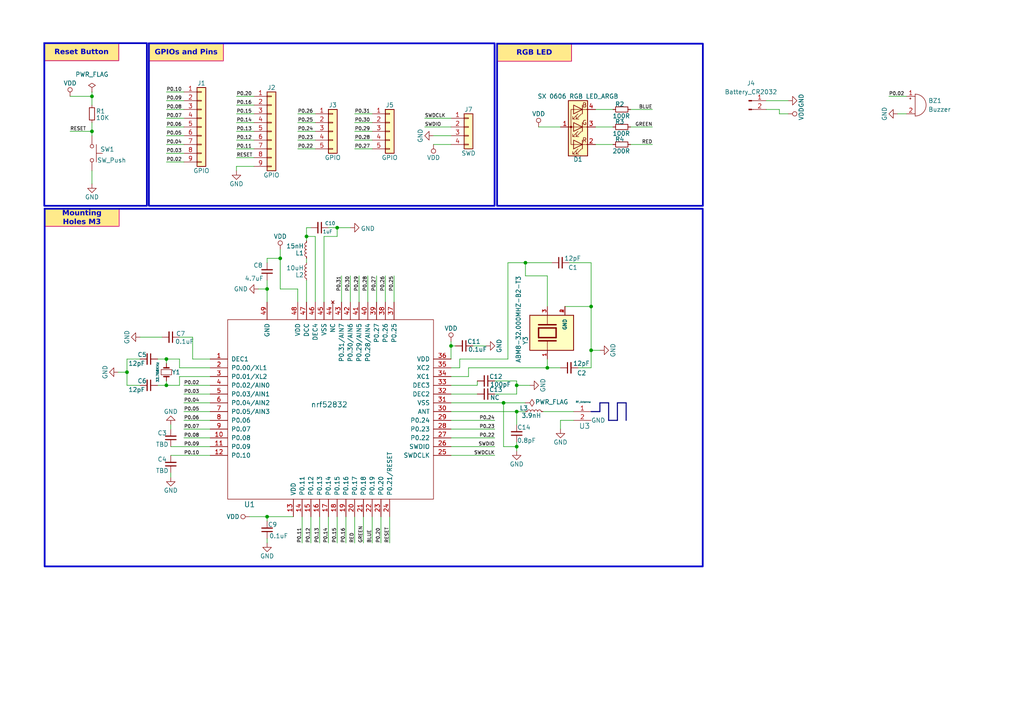
<source format=kicad_sch>
(kicad_sch (version 20250114) (generator "eeschema") (generator_version "9.0")
  (paper "A4")
  (title_block (title "hackaBLE") (date "2025-08-06") (rev "Ver 3.1") (company "electronut Labs") (comment 1 "Edit by Mohamed U3"))
  (lib_symbols
    (symbol "C_Small_1" (pin_numbers (hide yes)) (pin_names (offset 0.254) (hide yes))
      (property "Reference" "C" (at 0.254 1.778 0))
      (property "Value" "C_Small" (at 0.254 -2.032 0))
      (symbol "C_Small_1_1_1"
        (pin passive line (at 0 2.54 270) (length 2.032) (name "~") (number "1"))
        (pin passive line (at 0 -2.54 90) (length 2.032) (name "~") (number "2"))
      )
    )
    (symbol "C_Small_10" (pin_numbers (hide yes)) (pin_names (offset 0.254) (hide yes))
      (property "Reference" "C" (at 0.254 1.778 0))
      (property "Value" "C_Small" (at 0.254 -2.032 0))
      (symbol "C_Small_10_1_1"
        (pin passive line (at 0 2.54 270) (length 2.032) (name "~") (number "1"))
        (pin passive line (at 0 -2.54 90) (length 2.032) (name "~") (number "2"))
      )
    )
    (symbol "C_Small_11" (pin_numbers (hide yes)) (pin_names (offset 0.254) (hide yes))
      (property "Reference" "C" (at 0.254 1.778 0))
      (property "Value" "C_Small" (at 0.254 -2.032 0))
      (symbol "C_Small_11_1_1"
        (pin passive line (at 0 2.54 270) (length 2.032) (name "~") (number "1"))
        (pin passive line (at 0 -2.54 90) (length 2.032) (name "~") (number "2"))
      )
    )
    (symbol "C_Small_12" (pin_numbers (hide yes)) (pin_names (offset 0.254) (hide yes))
      (property "Reference" "C" (at 0.254 1.778 0))
      (property "Value" "C_Small" (at 0.254 -2.032 0))
      (symbol "C_Small_12_1_1"
        (pin passive line (at 0 2.54 270) (length 2.032) (name "~") (number "1"))
        (pin passive line (at 0 -2.54 90) (length 2.032) (name "~") (number "2"))
      )
    )
    (symbol "C_Small_13" (pin_numbers (hide yes)) (pin_names (offset 0.254) (hide yes))
      (property "Reference" "C" (at 0.254 1.778 0))
      (property "Value" "C_Small" (at 0.254 -2.032 0))
      (symbol "C_Small_13_1_1"
        (pin passive line (at 0 2.54 270) (length 2.032) (name "~") (number "1"))
        (pin passive line (at 0 -2.54 90) (length 2.032) (name "~") (number "2"))
      )
    )
    (symbol "C_Small_14" (pin_numbers (hide yes)) (pin_names (offset 0.254) (hide yes))
      (property "Reference" "C" (at 0.254 1.778 0))
      (property "Value" "C_Small" (at 0.254 -2.032 0))
      (symbol "C_Small_14_1_1"
        (pin passive line (at 0 2.54 270) (length 2.032) (name "~") (number "1"))
        (pin passive line (at 0 -2.54 90) (length 2.032) (name "~") (number "2"))
      )
    )
    (symbol "C_Small_15" (pin_numbers (hide yes)) (pin_names (offset 0.254) (hide yes))
      (property "Reference" "C" (at 0.254 1.778 0))
      (property "Value" "C_Small" (at 0.254 -2.032 0))
      (symbol "C_Small_15_1_1"
        (pin passive line (at 0 2.54 270) (length 2.032) (name "~") (number "1"))
        (pin passive line (at 0 -2.54 90) (length 2.032) (name "~") (number "2"))
      )
    )
    (symbol "C_Small_16" (pin_numbers (hide yes)) (pin_names (offset 0.254) (hide yes))
      (property "Reference" "C" (at 0.254 1.778 0))
      (property "Value" "C_Small" (at 0.254 -2.032 0))
      (symbol "C_Small_16_1_1"
        (pin passive line (at 0 2.54 270) (length 2.032) (name "~") (number "1"))
        (pin passive line (at 0 -2.54 90) (length 2.032) (name "~") (number "2"))
      )
    )
    (symbol "C_Small_17" (pin_numbers (hide yes)) (pin_names (offset 0.254) (hide yes))
      (property "Reference" "C" (at 0.254 1.778 0))
      (property "Value" "C_Small" (at 0.254 -2.032 0))
      (symbol "C_Small_17_1_1"
        (pin passive line (at 0 2.54 270) (length 2.032) (name "~") (number "1"))
        (pin passive line (at 0 -2.54 90) (length 2.032) (name "~") (number "2"))
      )
    )
    (symbol "C_Small_18" (pin_numbers (hide yes)) (pin_names (offset 0.254) (hide yes))
      (property "Reference" "C" (at 0.254 1.778 0))
      (property "Value" "C_Small" (at 0.254 -2.032 0))
      (symbol "C_Small_18_1_1"
        (pin passive line (at 0 2.54 270) (length 2.032) (name "~") (number "1"))
        (pin passive line (at 0 -2.54 90) (length 2.032) (name "~") (number "2"))
      )
    )
    (symbol "C_Small_19" (pin_numbers (hide yes)) (pin_names (offset 0.254) (hide yes))
      (property "Reference" "C" (at 0.254 1.778 0))
      (property "Value" "C_Small" (at 0.254 -2.032 0))
      (symbol "C_Small_19_1_1"
        (pin passive line (at 0 2.54 270) (length 2.032) (name "~") (number "1"))
        (pin passive line (at 0 -2.54 90) (length 2.032) (name "~") (number "2"))
      )
    )
    (symbol "C_Small_2" (pin_numbers (hide yes)) (pin_names (offset 0.254) (hide yes))
      (property "Reference" "C" (at 0.254 1.778 0))
      (property "Value" "C_Small" (at 0.254 -2.032 0))
      (symbol "C_Small_2_1_1"
        (pin passive line (at 0 2.54 270) (length 2.032) (name "~") (number "1"))
        (pin passive line (at 0 -2.54 90) (length 2.032) (name "~") (number "2"))
      )
    )
    (symbol "C_Small_20" (pin_numbers (hide yes)) (pin_names (offset 0.254) (hide yes))
      (property "Reference" "C" (at 0.254 1.778 0))
      (property "Value" "C_Small" (at 0.254 -2.032 0))
      (symbol "C_Small_20_1_1"
        (pin passive line (at 0 2.54 270) (length 2.032) (name "~") (number "1"))
        (pin passive line (at 0 -2.54 90) (length 2.032) (name "~") (number "2"))
      )
    )
    (symbol "C_Small_21" (pin_numbers (hide yes)) (pin_names (offset 0.254) (hide yes))
      (property "Reference" "C" (at 0.254 1.778 0))
      (property "Value" "C_Small" (at 0.254 -2.032 0))
      (symbol "C_Small_21_1_1"
        (pin passive line (at 0 2.54 270) (length 2.032) (name "~") (number "1"))
        (pin passive line (at 0 -2.54 90) (length 2.032) (name "~") (number "2"))
      )
    )
    (symbol "C_Small_22" (pin_numbers (hide yes)) (pin_names (offset 0.254) (hide yes))
      (property "Reference" "C" (at 0.254 1.778 0))
      (property "Value" "C_Small" (at 0.254 -2.032 0))
      (symbol "C_Small_22_1_1"
        (pin passive line (at 0 2.54 270) (length 2.032) (name "~") (number "1"))
        (pin passive line (at 0 -2.54 90) (length 2.032) (name "~") (number "2"))
      )
    )
    (symbol "C_Small_23" (pin_numbers (hide yes)) (pin_names (offset 0.254) (hide yes))
      (property "Reference" "C" (at 0.254 1.778 0))
      (property "Value" "C_Small" (at 0.254 -2.032 0))
      (symbol "C_Small_23_1_1"
        (pin passive line (at 0 2.54 270) (length 2.032) (name "~") (number "1"))
        (pin passive line (at 0 -2.54 90) (length 2.032) (name "~") (number "2"))
      )
    )
    (symbol "C_Small_24" (pin_numbers (hide yes)) (pin_names (offset 0.254) (hide yes))
      (property "Reference" "C" (at 0.254 1.778 0))
      (property "Value" "C_Small" (at 0.254 -2.032 0))
      (symbol "C_Small_24_1_1"
        (pin passive line (at 0 2.54 270) (length 2.032) (name "~") (number "1"))
        (pin passive line (at 0 -2.54 90) (length 2.032) (name "~") (number "2"))
      )
    )
    (symbol "C_Small_25" (pin_numbers (hide yes)) (pin_names (offset 0.254) (hide yes))
      (property "Reference" "C" (at 0.254 1.778 0))
      (property "Value" "C_Small" (at 0.254 -2.032 0))
      (symbol "C_Small_25_1_1"
        (pin passive line (at 0 2.54 270) (length 2.032) (name "~") (number "1"))
        (pin passive line (at 0 -2.54 90) (length 2.032) (name "~") (number "2"))
      )
    )
    (symbol "C_Small_26" (pin_numbers (hide yes)) (pin_names (offset 0.254) (hide yes))
      (property "Reference" "C" (at 0.254 1.778 0))
      (property "Value" "C_Small" (at 0.254 -2.032 0))
      (symbol "C_Small_26_1_1"
        (pin passive line (at 0 2.54 270) (length 2.032) (name "~") (number "1"))
        (pin passive line (at 0 -2.54 90) (length 2.032) (name "~") (number "2"))
      )
    )
    (symbol "C_Small_27" (pin_numbers (hide yes)) (pin_names (offset 0.254) (hide yes))
      (property "Reference" "C" (at 0.254 1.778 0))
      (property "Value" "C_Small" (at 0.254 -2.032 0))
      (symbol "C_Small_27_1_1"
        (pin passive line (at 0 2.54 270) (length 2.032) (name "~") (number "1"))
        (pin passive line (at 0 -2.54 90) (length 2.032) (name "~") (number "2"))
      )
    )
    (symbol "C_Small_28" (pin_numbers (hide yes)) (pin_names (offset 0.254) (hide yes))
      (property "Reference" "C" (at 0.254 1.778 0))
      (property "Value" "C_Small" (at 0.254 -2.032 0))
      (symbol "C_Small_28_1_1"
        (pin passive line (at 0 2.54 270) (length 2.032) (name "~") (number "1"))
        (pin passive line (at 0 -2.54 90) (length 2.032) (name "~") (number "2"))
      )
    )
    (symbol "C_Small_3" (pin_numbers (hide yes)) (pin_names (offset 0.254) (hide yes))
      (property "Reference" "C" (at 0.254 1.778 0))
      (property "Value" "C_Small" (at 0.254 -2.032 0))
      (symbol "C_Small_3_1_1"
        (pin passive line (at 0 2.54 270) (length 2.032) (name "~") (number "1"))
        (pin passive line (at 0 -2.54 90) (length 2.032) (name "~") (number "2"))
      )
    )
    (symbol "C_Small_4" (pin_numbers (hide yes)) (pin_names (offset 0.254) (hide yes))
      (property "Reference" "C" (at 0.254 1.778 0))
      (property "Value" "C_Small" (at 0.254 -2.032 0))
      (symbol "C_Small_4_1_1"
        (pin passive line (at 0 2.54 270) (length 2.032) (name "~") (number "1"))
        (pin passive line (at 0 -2.54 90) (length 2.032) (name "~") (number "2"))
      )
    )
    (symbol "C_Small_5" (pin_numbers (hide yes)) (pin_names (offset 0.254) (hide yes))
      (property "Reference" "C" (at 0.254 1.778 0))
      (property "Value" "C_Small" (at 0.254 -2.032 0))
      (symbol "C_Small_5_1_1"
        (pin passive line (at 0 2.54 270) (length 2.032) (name "~") (number "1"))
        (pin passive line (at 0 -2.54 90) (length 2.032) (name "~") (number "2"))
      )
    )
    (symbol "C_Small_6" (pin_numbers (hide yes)) (pin_names (offset 0.254) (hide yes))
      (property "Reference" "C" (at 0.254 1.778 0))
      (property "Value" "C_Small" (at 0.254 -2.032 0))
      (symbol "C_Small_6_1_1"
        (pin passive line (at 0 2.54 270) (length 2.032) (name "~") (number "1"))
        (pin passive line (at 0 -2.54 90) (length 2.032) (name "~") (number "2"))
      )
    )
    (symbol "C_Small_7" (pin_numbers (hide yes)) (pin_names (offset 0.254) (hide yes))
      (property "Reference" "C" (at 0.254 1.778 0))
      (property "Value" "C_Small" (at 0.254 -2.032 0))
      (symbol "C_Small_7_1_1"
        (pin passive line (at 0 2.54 270) (length 2.032) (name "~") (number "1"))
        (pin passive line (at 0 -2.54 90) (length 2.032) (name "~") (number "2"))
      )
    )
    (symbol "C_Small_8" (pin_numbers (hide yes)) (pin_names (offset 0.254) (hide yes))
      (property "Reference" "C" (at 0.254 1.778 0))
      (property "Value" "C_Small" (at 0.254 -2.032 0))
      (symbol "C_Small_8_1_1"
        (pin passive line (at 0 2.54 270) (length 2.032) (name "~") (number "1"))
        (pin passive line (at 0 -2.54 90) (length 2.032) (name "~") (number "2"))
      )
    )
    (symbol "C_Small_9" (pin_numbers (hide yes)) (pin_names (offset 0.254) (hide yes))
      (property "Reference" "C" (at 0.254 1.778 0))
      (property "Value" "C_Small" (at 0.254 -2.032 0))
      (symbol "C_Small_9_1_1"
        (pin passive line (at 0 2.54 270) (length 2.032) (name "~") (number "1"))
        (pin passive line (at 0 -2.54 90) (length 2.032) (name "~") (number "2"))
      )
    )
    (symbol "Conn_01x04_1" (pin_names (offset 1.016) (hide yes))
      (property "Reference" "J" (at 0 5.08 0))
      (property "Value" "Conn_01x04" (at 0 -7.62 0))
      (symbol "Conn_01x04_1_1_1"
        (pin passive line (at -5.08 2.54 0) (length 3.81) (name "Pin_1") (number "1"))
        (pin passive line (at -5.08 0 0) (length 3.81) (name "Pin_2") (number "2"))
        (pin passive line (at -5.08 -2.54 0) (length 3.81) (name "Pin_3") (number "3"))
        (pin passive line (at -5.08 -5.08 0) (length 3.81) (name "Pin_4") (number "4"))
      )
    )
    (symbol "Conn_01x05_1" (pin_names (offset 1.016) (hide yes))
      (property "Reference" "J" (at 0 7.62 0))
      (property "Value" "Conn_01x05" (at 0 -7.62 0))
      (symbol "Conn_01x05_1_1_1"
        (pin passive line (at -5.08 5.08 0) (length 3.81) (name "Pin_1") (number "1"))
        (pin passive line (at -5.08 2.54 0) (length 3.81) (name "Pin_2") (number "2"))
        (pin passive line (at -5.08 0 0) (length 3.81) (name "Pin_3") (number "3"))
        (pin passive line (at -5.08 -2.54 0) (length 3.81) (name "Pin_4") (number "4"))
        (pin passive line (at -5.08 -5.08 0) (length 3.81) (name "Pin_5") (number "5"))
      )
    )
    (symbol "Conn_01x05_2" (pin_names (offset 1.016) (hide yes))
      (property "Reference" "J" (at 0 7.62 0))
      (property "Value" "Conn_01x05" (at 0 -7.62 0))
      (symbol "Conn_01x05_2_1_1"
        (pin passive line (at -5.08 5.08 0) (length 3.81) (name "Pin_1") (number "1"))
        (pin passive line (at -5.08 2.54 0) (length 3.81) (name "Pin_2") (number "2"))
        (pin passive line (at -5.08 0 0) (length 3.81) (name "Pin_3") (number "3"))
        (pin passive line (at -5.08 -2.54 0) (length 3.81) (name "Pin_4") (number "4"))
        (pin passive line (at -5.08 -5.08 0) (length 3.81) (name "Pin_5") (number "5"))
      )
    )
    (symbol "Conn_01x05_3" (pin_names (offset 1.016) (hide yes))
      (property "Reference" "J" (at 0 7.62 0))
      (property "Value" "Conn_01x05" (at 0 -7.62 0))
      (symbol "Conn_01x05_3_1_1"
        (pin passive line (at -5.08 5.08 0) (length 3.81) (name "Pin_1") (number "1"))
        (pin passive line (at -5.08 2.54 0) (length 3.81) (name "Pin_2") (number "2"))
        (pin passive line (at -5.08 0 0) (length 3.81) (name "Pin_3") (number "3"))
        (pin passive line (at -5.08 -2.54 0) (length 3.81) (name "Pin_4") (number "4"))
        (pin passive line (at -5.08 -5.08 0) (length 3.81) (name "Pin_5") (number "5"))
      )
    )
    (symbol "Conn_01x05_4" (pin_names (offset 1.016) (hide yes))
      (property "Reference" "J" (at 0 7.62 0))
      (property "Value" "Conn_01x05" (at 0 -7.62 0))
      (symbol "Conn_01x05_4_1_1"
        (pin passive line (at -5.08 5.08 0) (length 3.81) (name "Pin_1") (number "1"))
        (pin passive line (at -5.08 2.54 0) (length 3.81) (name "Pin_2") (number "2"))
        (pin passive line (at -5.08 0 0) (length 3.81) (name "Pin_3") (number "3"))
        (pin passive line (at -5.08 -2.54 0) (length 3.81) (name "Pin_4") (number "4"))
        (pin passive line (at -5.08 -5.08 0) (length 3.81) (name "Pin_5") (number "5"))
      )
    )
    (symbol "Conn_01x09_1" (pin_names (offset 1.016) (hide yes))
      (property "Reference" "J" (at 0 12.7 0))
      (property "Value" "Conn_01x09" (at 0 -12.7 0))
      (symbol "Conn_01x09_1_1_1"
        (pin passive line (at -5.08 10.16 0) (length 3.81) (name "Pin_1") (number "1"))
        (pin passive line (at -5.08 7.62 0) (length 3.81) (name "Pin_2") (number "2"))
        (pin passive line (at -5.08 5.08 0) (length 3.81) (name "Pin_3") (number "3"))
        (pin passive line (at -5.08 2.54 0) (length 3.81) (name "Pin_4") (number "4"))
        (pin passive line (at -5.08 0 0) (length 3.81) (name "Pin_5") (number "5"))
        (pin passive line (at -5.08 -2.54 0) (length 3.81) (name "Pin_6") (number "6"))
        (pin passive line (at -5.08 -5.08 0) (length 3.81) (name "Pin_7") (number "7"))
        (pin passive line (at -5.08 -7.62 0) (length 3.81) (name "Pin_8") (number "8"))
        (pin passive line (at -5.08 -10.16 0) (length 3.81) (name "Pin_9") (number "9"))
      )
    )
    (symbol "Conn_01x09_2" (pin_names (offset 1.016) (hide yes))
      (property "Reference" "J" (at 0 12.7 0))
      (property "Value" "Conn_01x09" (at 0 -12.7 0))
      (symbol "Conn_01x09_2_1_1"
        (pin passive line (at -5.08 10.16 0) (length 3.81) (name "Pin_1") (number "1"))
        (pin passive line (at -5.08 7.62 0) (length 3.81) (name "Pin_2") (number "2"))
        (pin passive line (at -5.08 5.08 0) (length 3.81) (name "Pin_3") (number "3"))
        (pin passive line (at -5.08 2.54 0) (length 3.81) (name "Pin_4") (number "4"))
        (pin passive line (at -5.08 0 0) (length 3.81) (name "Pin_5") (number "5"))
        (pin passive line (at -5.08 -2.54 0) (length 3.81) (name "Pin_6") (number "6"))
        (pin passive line (at -5.08 -5.08 0) (length 3.81) (name "Pin_7") (number "7"))
        (pin passive line (at -5.08 -7.62 0) (length 3.81) (name "Pin_8") (number "8"))
        (pin passive line (at -5.08 -10.16 0) (length 3.81) (name "Pin_9") (number "9"))
      )
    )
    (symbol "Conn_01x09_3" (pin_names (offset 1.016) (hide yes))
      (property "Reference" "J" (at 0 12.7 0))
      (property "Value" "Conn_01x09" (at 0 -12.7 0))
      (symbol "Conn_01x09_3_1_1"
        (pin passive line (at -5.08 10.16 0) (length 3.81) (name "Pin_1") (number "1"))
        (pin passive line (at -5.08 7.62 0) (length 3.81) (name "Pin_2") (number "2"))
        (pin passive line (at -5.08 5.08 0) (length 3.81) (name "Pin_3") (number "3"))
        (pin passive line (at -5.08 2.54 0) (length 3.81) (name "Pin_4") (number "4"))
        (pin passive line (at -5.08 0 0) (length 3.81) (name "Pin_5") (number "5"))
        (pin passive line (at -5.08 -2.54 0) (length 3.81) (name "Pin_6") (number "6"))
        (pin passive line (at -5.08 -5.08 0) (length 3.81) (name "Pin_7") (number "7"))
        (pin passive line (at -5.08 -7.62 0) (length 3.81) (name "Pin_8") (number "8"))
        (pin passive line (at -5.08 -10.16 0) (length 3.81) (name "Pin_9") (number "9"))
      )
    )
    (symbol "Conn_01x09_4" (pin_names (offset 1.016) (hide yes))
      (property "Reference" "J" (at 0 12.7 0))
      (property "Value" "Conn_01x09" (at 0 -12.7 0))
      (symbol "Conn_01x09_4_1_1"
        (pin passive line (at -5.08 10.16 0) (length 3.81) (name "Pin_1") (number "1"))
        (pin passive line (at -5.08 7.62 0) (length 3.81) (name "Pin_2") (number "2"))
        (pin passive line (at -5.08 5.08 0) (length 3.81) (name "Pin_3") (number "3"))
        (pin passive line (at -5.08 2.54 0) (length 3.81) (name "Pin_4") (number "4"))
        (pin passive line (at -5.08 0 0) (length 3.81) (name "Pin_5") (number "5"))
        (pin passive line (at -5.08 -2.54 0) (length 3.81) (name "Pin_6") (number "6"))
        (pin passive line (at -5.08 -5.08 0) (length 3.81) (name "Pin_7") (number "7"))
        (pin passive line (at -5.08 -7.62 0) (length 3.81) (name "Pin_8") (number "8"))
        (pin passive line (at -5.08 -10.16 0) (length 3.81) (name "Pin_9") (number "9"))
      )
    )
    (symbol "Connector:Conn_01x02_Pin" (pin_names (offset 1.016) (hide yes))
      (property "Reference" "J" (at 0 2.54 0))
      (property "Value" "Conn_01x02_Pin" (at 0 -5.08 0))
      (symbol "Conn_01x02_Pin_1_1"
        (pin passive line (at 5.08 0 180) (length 3.81) (name "Pin_1") (number "1"))
        (pin passive line (at 5.08 -2.54 180) (length 3.81) (name "Pin_2") (number "2"))
      )
    )
    (symbol "Crystal_GND24_Small_1" (pin_names (offset 1.016) (hide yes))
      (property "Reference" "Y" (at 1.27 4.445 0))
      (property "Value" "Crystal_GND24_Small" (at 1.27 2.54 0))
      (symbol "Crystal_GND24_Small_1_1_1"
        (pin passive line (at -2.54 0 0) (length 1.27) (name "1") (number "1"))
        (pin passive line (at 0 3.175 270) (length 1.27) (name "4") (number "4"))
        (pin passive line (at 0 -3.175 90) (length 1.27) (name "2") (number "2"))
        (pin passive line (at 2.54 0 180) (length 1.27) (name "3") (number "3"))
      )
    )
    (symbol "Crystal_Small_1" (pin_numbers (hide yes)) (pin_names (offset 1.016) (hide yes))
      (property "Reference" "Y" (at 0 2.54 0))
      (property "Value" "Crystal_Small" (at 0 -2.54 0))
      (symbol "Crystal_Small_1_1_1"
        (pin passive line (at -2.54 0 0) (length 1.27) (name "1") (number "1"))
        (pin passive line (at 2.54 0 180) (length 1.27) (name "2") (number "2"))
      )
    )
    (symbol "Crystal_Small_2" (pin_numbers (hide yes)) (pin_names (offset 1.016) (hide yes))
      (property "Reference" "Y" (at 0 2.54 0))
      (property "Value" "Crystal_Small" (at 0 -2.54 0))
      (symbol "Crystal_Small_2_1_1"
        (pin passive line (at -2.54 0 0) (length 1.27) (name "1") (number "1"))
        (pin passive line (at 2.54 0 180) (length 1.27) (name "2") (number "2"))
      )
    )
    (symbol "Device:Buzzer" (pin_names (offset 0.0254) (hide yes))
      (property "Reference" "BZ" (at 3.81 1.27 0))
      (property "Value" "Buzzer" (at 3.81 -1.27 0))
      (symbol "Buzzer_1_1"
        (pin passive line (at -2.54 2.54 0) (length 2.54) (name "+") (number "1"))
        (pin passive line (at -2.54 -2.54 0) (length 2.54) (name "-") (number "2"))
      )
    )
    (symbol "GND_1" (power) (pin_names (offset 0))
      (property "Value" "GND" (at 0 -3.81 0))
      (symbol "GND_1_1_1"
        (pin power_in line (at 0 0 270) (length 0) (hide yes) (name "GND") (number "1"))
      )
    )
    (symbol "GND_10" (power) (pin_names (offset 0))
      (property "Value" "GND" (at 0 -3.81 0))
      (symbol "GND_10_1_1"
        (pin power_in line (at 0 0 270) (length 0) (hide yes) (name "GND") (number "1"))
      )
    )
    (symbol "GND_11" (power) (pin_names (offset 0))
      (property "Value" "GND" (at 0 -3.81 0))
      (symbol "GND_11_1_1"
        (pin power_in line (at 0 0 270) (length 0) (hide yes) (name "GND") (number "1"))
      )
    )
    (symbol "GND_12" (power) (pin_names (offset 0))
      (property "Value" "GND" (at 0 -3.81 0))
      (symbol "GND_12_1_1"
        (pin power_in line (at 0 0 270) (length 0) (hide yes) (name "GND") (number "1"))
      )
    )
    (symbol "GND_13" (power) (pin_names (offset 0))
      (property "Value" "GND" (at 0 -3.81 0))
      (symbol "GND_13_1_1"
        (pin power_in line (at 0 0 270) (length 0) (hide yes) (name "GND") (number "1"))
      )
    )
    (symbol "GND_14" (power) (pin_names (offset 0))
      (property "Value" "GND" (at 0 -3.81 0))
      (symbol "GND_14_1_1"
        (pin power_in line (at 0 0 270) (length 0) (hide yes) (name "GND") (number "1"))
      )
    )
    (symbol "GND_15" (power) (pin_names (offset 0))
      (property "Value" "GND" (at 0 -3.81 0))
      (symbol "GND_15_1_1"
        (pin power_in line (at 0 0 270) (length 0) (hide yes) (name "GND") (number "1"))
      )
    )
    (symbol "GND_16" (power) (pin_names (offset 0))
      (property "Value" "GND" (at 0 -3.81 0))
      (symbol "GND_16_1_1"
        (pin power_in line (at 0 0 270) (length 0) (hide yes) (name "GND") (number "1"))
      )
    )
    (symbol "GND_17" (power) (pin_names (offset 0))
      (property "Value" "GND" (at 0 -3.81 0))
      (symbol "GND_17_1_1"
        (pin power_in line (at 0 0 270) (length 0) (hide yes) (name "GND") (number "1"))
      )
    )
    (symbol "GND_18" (power) (pin_names (offset 0))
      (property "Value" "GND" (at 0 -3.81 0))
      (symbol "GND_18_1_1"
        (pin power_in line (at 0 0 270) (length 0) (hide yes) (name "GND") (number "1"))
      )
    )
    (symbol "GND_19" (power) (pin_names (offset 0))
      (property "Value" "GND" (at 0 -3.81 0))
      (symbol "GND_19_1_1"
        (pin power_in line (at 0 0 270) (length 0) (hide yes) (name "GND") (number "1"))
      )
    )
    (symbol "GND_2" (power) (pin_names (offset 0))
      (property "Value" "GND" (at 0 -3.81 0))
      (symbol "GND_2_1_1"
        (pin power_in line (at 0 0 270) (length 0) (hide yes) (name "GND") (number "1"))
      )
    )
    (symbol "GND_20" (power) (pin_names (offset 0))
      (property "Value" "GND" (at 0 -3.81 0))
      (symbol "GND_20_1_1"
        (pin power_in line (at 0 0 270) (length 0) (hide yes) (name "GND") (number "1"))
      )
    )
    (symbol "GND_21" (power) (pin_names (offset 0))
      (property "Value" "GND" (at 0 -3.81 0))
      (symbol "GND_21_1_1"
        (pin power_in line (at 0 0 270) (length 0) (hide yes) (name "GND") (number "1"))
      )
    )
    (symbol "GND_22" (power) (pin_names (offset 0))
      (property "Value" "GND" (at 0 -3.81 0))
      (symbol "GND_22_1_1"
        (pin power_in line (at 0 0 270) (length 0) (hide yes) (name "GND") (number "1"))
      )
    )
    (symbol "GND_23" (power) (pin_names (offset 0))
      (property "Value" "GND" (at 0 -3.81 0))
      (symbol "GND_23_1_1"
        (pin power_in line (at 0 0 270) (length 0) (hide yes) (name "GND") (number "1"))
      )
    )
    (symbol "GND_24" (power) (pin_names (offset 0))
      (property "Value" "GND" (at 0 -3.81 0))
      (symbol "GND_24_1_1"
        (pin power_in line (at 0 0 270) (length 0) (hide yes) (name "GND") (number "1"))
      )
    )
    (symbol "GND_25" (power) (pin_names (offset 0))
      (property "Value" "GND" (at 0 -3.81 0))
      (symbol "GND_25_1_1"
        (pin power_in line (at 0 0 270) (length 0) (hide yes) (name "GND") (number "1"))
      )
    )
    (symbol "GND_26" (power) (pin_names (offset 0))
      (property "Value" "GND" (at 0 -3.81 0))
      (symbol "GND_26_1_1"
        (pin power_in line (at 0 0 270) (length 0) (hide yes) (name "GND") (number "1"))
      )
    )
    (symbol "GND_27" (power) (pin_names (offset 0))
      (property "Value" "GND" (at 0 -3.81 0))
      (symbol "GND_27_1_1"
        (pin power_in line (at 0 0 270) (length 0) (hide yes) (name "GND") (number "1"))
      )
    )
    (symbol "GND_28" (power) (pin_names (offset 0))
      (property "Value" "GND" (at 0 -3.81 0))
      (symbol "GND_28_1_1"
        (pin power_in line (at 0 0 270) (length 0) (hide yes) (name "GND") (number "1"))
      )
    )
    (symbol "GND_29" (power) (pin_names (offset 0))
      (property "Value" "GND" (at 0 -3.81 0))
      (symbol "GND_29_1_1"
        (pin power_in line (at 0 0 270) (length 0) (hide yes) (name "GND") (number "1"))
      )
    )
    (symbol "GND_3" (power) (pin_names (offset 0))
      (property "Value" "GND" (at 0 -3.81 0))
      (symbol "GND_3_1_1"
        (pin power_in line (at 0 0 270) (length 0) (hide yes) (name "GND") (number "1"))
      )
    )
    (symbol "GND_30" (power) (pin_names (offset 0))
      (property "Value" "GND" (at 0 -3.81 0))
      (symbol "GND_30_1_1"
        (pin power_in line (at 0 0 270) (length 0) (hide yes) (name "GND") (number "1"))
      )
    )
    (symbol "GND_4" (power) (pin_names (offset 0))
      (property "Value" "GND" (at 0 -3.81 0))
      (symbol "GND_4_1_1"
        (pin power_in line (at 0 0 270) (length 0) (hide yes) (name "GND") (number "1"))
      )
    )
    (symbol "GND_5" (power) (pin_names (offset 0))
      (property "Value" "GND" (at 0 -3.81 0))
      (symbol "GND_5_1_1"
        (pin power_in line (at 0 0 270) (length 0) (hide yes) (name "GND") (number "1"))
      )
    )
    (symbol "GND_6" (power) (pin_names (offset 0))
      (property "Value" "GND" (at 0 -3.81 0))
      (symbol "GND_6_1_1"
        (pin power_in line (at 0 0 270) (length 0) (hide yes) (name "GND") (number "1"))
      )
    )
    (symbol "GND_7" (power) (pin_names (offset 0))
      (property "Value" "GND" (at 0 -3.81 0))
      (symbol "GND_7_1_1"
        (pin power_in line (at 0 0 270) (length 0) (hide yes) (name "GND") (number "1"))
      )
    )
    (symbol "GND_8" (power) (pin_names (offset 0))
      (property "Value" "GND" (at 0 -3.81 0))
      (symbol "GND_8_1_1"
        (pin power_in line (at 0 0 270) (length 0) (hide yes) (name "GND") (number "1"))
      )
    )
    (symbol "GND_9" (power) (pin_names (offset 0))
      (property "Value" "GND" (at 0 -3.81 0))
      (symbol "GND_9_1_1"
        (pin power_in line (at 0 0 270) (length 0) (hide yes) (name "GND") (number "1"))
      )
    )
    (symbol "LED_ARGB_1" (pin_names (offset 0) (hide yes))
      (property "Reference" "D" (at 0 9.398 0))
      (property "Value" "LED_ARGB" (at 0 -8.89 0))
      (symbol "LED_ARGB_1_0_0"
        (text "R" (at -1.905 3.81 0) (effects (font (size 1.27 1.27))))
        (text "G" (at -1.905 -1.27 0) (effects (font (size 1.27 1.27))))
        (text "B" (at -1.905 -6.35 0) (effects (font (size 1.27 1.27))))
      )
      (symbol "LED_ARGB_1_1_1"
        (pin passive line (at -5.08 5.08 0) (length 2.54) (name "RK") (number "2"))
        (pin passive line (at -5.08 0 0) (length 2.54) (name "GK") (number "3"))
        (pin passive line (at -5.08 -5.08 0) (length 2.54) (name "BK") (number "4"))
        (pin passive line (at 5.08 0 180) (length 2.54) (name "A") (number "1"))
      )
    )
    (symbol "LED_ARGB_2" (pin_names (offset 0) (hide yes))
      (property "Reference" "D" (at 0 9.398 0))
      (property "Value" "LED_ARGB" (at 0 -8.89 0))
      (symbol "LED_ARGB_2_0_0"
        (text "R" (at -1.905 3.81 0) (effects (font (size 1.27 1.27))))
        (text "G" (at -1.905 -1.27 0) (effects (font (size 1.27 1.27))))
        (text "B" (at -1.905 -6.35 0) (effects (font (size 1.27 1.27))))
      )
      (symbol "LED_ARGB_2_1_1"
        (pin passive line (at -5.08 5.08 0) (length 2.54) (name "RK") (number "2"))
        (pin passive line (at -5.08 0 0) (length 2.54) (name "GK") (number "3"))
        (pin passive line (at -5.08 -5.08 0) (length 2.54) (name "BK") (number "4"))
        (pin passive line (at 5.08 0 180) (length 2.54) (name "A") (number "1"))
      )
    )
    (symbol "L_Small_1" (pin_numbers (hide yes)) (pin_names (offset 0.254) (hide yes))
      (property "Reference" "L" (at 0.762 1.016 0))
      (property "Value" "L_Small" (at 0.762 -1.016 0))
      (symbol "L_Small_1_1_1"
        (pin passive line (at 0 2.54 270) (length 0.508) (name "~") (number "1"))
        (pin passive line (at 0 -2.54 90) (length 0.508) (name "~") (number "2"))
      )
    )
    (symbol "L_Small_2" (pin_numbers (hide yes)) (pin_names (offset 0.254) (hide yes))
      (property "Reference" "L" (at 0.762 1.016 0))
      (property "Value" "L_Small" (at 0.762 -1.016 0))
      (symbol "L_Small_2_1_1"
        (pin passive line (at 0 2.54 270) (length 0.508) (name "~") (number "1"))
        (pin passive line (at 0 -2.54 90) (length 0.508) (name "~") (number "2"))
      )
    )
    (symbol "L_Small_3" (pin_numbers (hide yes)) (pin_names (offset 0.254) (hide yes))
      (property "Reference" "L" (at 0.762 1.016 0))
      (property "Value" "L_Small" (at 0.762 -1.016 0))
      (symbol "L_Small_3_1_1"
        (pin passive line (at 0 2.54 270) (length 0.508) (name "~") (number "1"))
        (pin passive line (at 0 -2.54 90) (length 0.508) (name "~") (number "2"))
      )
    )
    (symbol "L_Small_4" (pin_numbers (hide yes)) (pin_names (offset 0.254) (hide yes))
      (property "Reference" "L" (at 0.762 1.016 0))
      (property "Value" "L_Small" (at 0.762 -1.016 0))
      (symbol "L_Small_4_1_1"
        (pin passive line (at 0 2.54 270) (length 0.508) (name "~") (number "1"))
        (pin passive line (at 0 -2.54 90) (length 0.508) (name "~") (number "2"))
      )
    )
    (symbol "L_Small_5" (pin_numbers (hide yes)) (pin_names (offset 0.254) (hide yes))
      (property "Reference" "L" (at 0.762 1.016 0))
      (property "Value" "L_Small" (at 0.762 -1.016 0))
      (symbol "L_Small_5_1_1"
        (pin passive line (at 0 2.54 270) (length 0.508) (name "~") (number "1"))
        (pin passive line (at 0 -2.54 90) (length 0.508) (name "~") (number "2"))
      )
    )
    (symbol "L_Small_6" (pin_numbers (hide yes)) (pin_names (offset 0.254) (hide yes))
      (property "Reference" "L" (at 0.762 1.016 0))
      (property "Value" "L_Small" (at 0.762 -1.016 0))
      (symbol "L_Small_6_1_1"
        (pin passive line (at 0 2.54 270) (length 0.508) (name "~") (number "1"))
        (pin passive line (at 0 -2.54 90) (length 0.508) (name "~") (number "2"))
      )
    )
    (symbol "R_Small_1" (pin_numbers (hide yes)) (pin_names (offset 0.254) (hide yes))
      (property "Reference" "R" (at 0.762 0.508 0))
      (property "Value" "R_Small" (at 0.762 -1.016 0))
      (symbol "R_Small_1_1_1"
        (pin passive line (at 0 2.54 270) (length 0.762) (name "~") (number "1"))
        (pin passive line (at 0 -2.54 90) (length 0.762) (name "~") (number "2"))
      )
    )
    (symbol "R_Small_2" (pin_numbers (hide yes)) (pin_names (offset 0.254) (hide yes))
      (property "Reference" "R" (at 0.762 0.508 0))
      (property "Value" "R_Small" (at 0.762 -1.016 0))
      (symbol "R_Small_2_1_1"
        (pin passive line (at 0 2.54 270) (length 0.762) (name "~") (number "1"))
        (pin passive line (at 0 -2.54 90) (length 0.762) (name "~") (number "2"))
      )
    )
    (symbol "R_Small_3" (pin_numbers (hide yes)) (pin_names (offset 0.254) (hide yes))
      (property "Reference" "R" (at 0.762 0.508 0))
      (property "Value" "R_Small" (at 0.762 -1.016 0))
      (symbol "R_Small_3_1_1"
        (pin passive line (at 0 2.54 270) (length 0.762) (name "~") (number "1"))
        (pin passive line (at 0 -2.54 90) (length 0.762) (name "~") (number "2"))
      )
    )
    (symbol "R_Small_4" (pin_numbers (hide yes)) (pin_names (offset 0.254) (hide yes))
      (property "Reference" "R" (at 0.762 0.508 0))
      (property "Value" "R_Small" (at 0.762 -1.016 0))
      (symbol "R_Small_4_1_1"
        (pin passive line (at 0 2.54 270) (length 0.762) (name "~") (number "1"))
        (pin passive line (at 0 -2.54 90) (length 0.762) (name "~") (number "2"))
      )
    )
    (symbol "R_Small_5" (pin_numbers (hide yes)) (pin_names (offset 0.254) (hide yes))
      (property "Reference" "R" (at 0.762 0.508 0))
      (property "Value" "R_Small" (at 0.762 -1.016 0))
      (symbol "R_Small_5_1_1"
        (pin passive line (at 0 2.54 270) (length 0.762) (name "~") (number "1"))
        (pin passive line (at 0 -2.54 90) (length 0.762) (name "~") (number "2"))
      )
    )
    (symbol "R_Small_6" (pin_numbers (hide yes)) (pin_names (offset 0.254) (hide yes))
      (property "Reference" "R" (at 0.762 0.508 0))
      (property "Value" "R_Small" (at 0.762 -1.016 0))
      (symbol "R_Small_6_1_1"
        (pin passive line (at 0 2.54 270) (length 0.762) (name "~") (number "1"))
        (pin passive line (at 0 -2.54 90) (length 0.762) (name "~") (number "2"))
      )
    )
    (symbol "R_Small_7" (pin_numbers (hide yes)) (pin_names (offset 0.254) (hide yes))
      (property "Reference" "R" (at 0.762 0.508 0))
      (property "Value" "R_Small" (at 0.762 -1.016 0))
      (symbol "R_Small_7_1_1"
        (pin passive line (at 0 2.54 270) (length 0.762) (name "~") (number "1"))
        (pin passive line (at 0 -2.54 90) (length 0.762) (name "~") (number "2"))
      )
    )
    (symbol "R_Small_8" (pin_numbers (hide yes)) (pin_names (offset 0.254) (hide yes))
      (property "Reference" "R" (at 0.762 0.508 0))
      (property "Value" "R_Small" (at 0.762 -1.016 0))
      (symbol "R_Small_8_1_1"
        (pin passive line (at 0 2.54 270) (length 0.762) (name "~") (number "1"))
        (pin passive line (at 0 -2.54 90) (length 0.762) (name "~") (number "2"))
      )
    )
    (symbol "SparkFun-Clock:ABM8-32.000MHZ-B2-T3" (pin_names (offset 1.016))
      (property "Reference" "Y" (at -5.0878 6.3559 0))
      (property "Value" "ABM8-32.000MHZ-B2-T3" (at -5.0944 -10.16 0))
      (symbol "ABM8-32.000MHZ-B2-T3_0_0"
        (pin passive line (at -7.62 0 0) (length 2.54) (name "~") (number "1"))
        (pin passive line (at 7.62 0 180) (length 2.54) (name "~") (number "3"))
        (pin power_in line (at 7.62 -5.08 180) (length 2.54) (name "GND") (number "2"))
        (pin power_in line (at 7.62 -5.08 180) (length 2.54) (name "GND") (number "4"))
      )
    )
    (symbol "VDD_1" (power) (pin_names (offset 0))
      (property "Value" "VDD" (at 0 3.81 0))
      (symbol "VDD_1_1_1"
        (pin power_in line (at 0 0 90) (length 0) (hide yes) (name "VDD") (number "1"))
      )
    )
    (symbol "VDD_10" (power) (pin_names (offset 0))
      (property "Value" "VDD" (at 0 3.81 0))
      (symbol "VDD_10_1_1"
        (pin power_in line (at 0 0 90) (length 0) (hide yes) (name "VDD") (number "1"))
      )
    )
    (symbol "VDD_11" (power) (pin_names (offset 0))
      (property "Value" "VDD" (at 0 3.81 0))
      (symbol "VDD_11_1_1"
        (pin power_in line (at 0 0 90) (length 0) (hide yes) (name "VDD") (number "1"))
      )
    )
    (symbol "VDD_12" (power) (pin_names (offset 0))
      (property "Value" "VDD" (at 0 3.81 0))
      (symbol "VDD_12_1_1"
        (pin power_in line (at 0 0 90) (length 0) (hide yes) (name "VDD") (number "1"))
      )
    )
    (symbol "VDD_2" (power) (pin_names (offset 0))
      (property "Value" "VDD" (at 0 3.81 0))
      (symbol "VDD_2_1_1"
        (pin power_in line (at 0 0 90) (length 0) (hide yes) (name "VDD") (number "1"))
      )
    )
    (symbol "VDD_3" (power) (pin_names (offset 0))
      (property "Value" "VDD" (at 0 3.81 0))
      (symbol "VDD_3_1_1"
        (pin power_in line (at 0 0 90) (length 0) (hide yes) (name "VDD") (number "1"))
      )
    )
    (symbol "VDD_4" (power) (pin_names (offset 0))
      (property "Value" "VDD" (at 0 3.81 0))
      (symbol "VDD_4_1_1"
        (pin power_in line (at 0 0 90) (length 0) (hide yes) (name "VDD") (number "1"))
      )
    )
    (symbol "VDD_5" (power) (pin_names (offset 0))
      (property "Value" "VDD" (at 0 3.81 0))
      (symbol "VDD_5_1_1"
        (pin power_in line (at 0 0 90) (length 0) (hide yes) (name "VDD") (number "1"))
      )
    )
    (symbol "VDD_6" (power) (pin_names (offset 0))
      (property "Value" "VDD" (at 0 3.81 0))
      (symbol "VDD_6_1_1"
        (pin power_in line (at 0 0 90) (length 0) (hide yes) (name "VDD") (number "1"))
      )
    )
    (symbol "VDD_7" (power) (pin_names (offset 0))
      (property "Value" "VDD" (at 0 3.81 0))
      (symbol "VDD_7_1_1"
        (pin power_in line (at 0 0 90) (length 0) (hide yes) (name "VDD") (number "1"))
      )
    )
    (symbol "VDD_8" (power) (pin_names (offset 0))
      (property "Value" "VDD" (at 0 3.81 0))
      (symbol "VDD_8_1_1"
        (pin power_in line (at 0 0 90) (length 0) (hide yes) (name "VDD") (number "1"))
      )
    )
    (symbol "VDD_9" (power) (pin_names (offset 0))
      (property "Value" "VDD" (at 0 3.81 0))
      (symbol "VDD_9_1_1"
        (pin power_in line (at 0 0 90) (length 0) (hide yes) (name "VDD") (number "1"))
      )
    )
    (symbol "hackaBLE-rescue:Conn_01x04" (pin_names (offset 1.016) (hide yes))
      (property "Reference" "J" (at 0 5.08 0))
      (property "Value" "Conn_01x04" (at 0 -7.62 0))
      (symbol "Conn_01x04_1_1"
        (pin passive line (at -5.08 2.54 0) (length 3.81) (name "Pin_1") (number "1"))
        (pin passive line (at -5.08 0 0) (length 3.81) (name "Pin_2") (number "2"))
        (pin passive line (at -5.08 -2.54 0) (length 3.81) (name "Pin_3") (number "3"))
        (pin passive line (at -5.08 -5.08 0) (length 3.81) (name "Pin_4") (number "4"))
      )
    )
    (symbol "hackaBLE:RF_Antenna" (pin_names (offset 0.0254))
      (property "Reference" "U" (at 0.889 -3.048 0))
      (property "Value" "RF_Antenna" (at -0.635 3.556 0))
      (symbol "RF_Antenna_1_1"
        (pin input line (at 0 1.143 0) (length 5.08) (name "~") (number "1"))
        (pin input line (at 0 -1.397 0) (length 5.08) (name "GND") (number "2"))
      )
    )
    (symbol "hackaBLE:SW_Push" (pin_numbers (hide yes)) (pin_names (offset 1.016) (hide yes))
      (property "Reference" "SW" (at 1.27 2.54 0))
      (property "Value" "SW_Push" (at 0 -1.524 0))
      (symbol "SW_Push_0_1"
        (pin passive line (at -5.08 0 0) (length 2.54) (name "1") (number "1"))
        (pin passive line (at 5.08 0 180) (length 2.54) (name "2") (number "2"))
      )
    )
    (symbol "nrf52832-RESCUE-hackaBLE_1" (pin_names (offset 1.016))
      (property "Reference" "U" (at 5.08 -24.384 0))
      (property "Value" "nrf52832-RESCUE-hackaBLE" (at 5.715 45.593 0))
      (symbol "nrf52832-RESCUE-hackaBLE_1_1_1"
        (pin input line (at -28.067 25.4 0) (length 5.08) (name "DEC1") (number "1"))
        (pin input line (at -28.067 22.86 0) (length 5.08) (name "P0.00/XL1") (number "2"))
        (pin input line (at -28.067 20.32 0) (length 5.08) (name "P0.01/XL2") (number "3"))
        (pin input line (at -28.067 17.78 0) (length 5.08) (name "P0.02/AIN0") (number "4"))
        (pin input line (at -28.067 15.24 0) (length 5.08) (name "P0.03/AIN1") (number "5"))
        (pin input line (at -28.067 12.7 0) (length 5.08) (name "P0.04/AIN2") (number "6"))
        (pin input line (at -28.067 10.16 0) (length 5.08) (name "P0.05/AIN3") (number "7"))
        (pin output line (at -28.067 7.62 0) (length 5.08) (name "P0.06") (number "8"))
        (pin input line (at -28.067 5.08 0) (length 5.08) (name "P0.07") (number "9"))
        (pin input line (at -28.067 2.54 0) (length 5.08) (name "P0.08") (number "10"))
        (pin input line (at -28.067 0 0) (length 5.08) (name "P0.09") (number "11"))
        (pin input line (at -28.067 -2.54 0) (length 5.08) (name "P0.10") (number "12"))
        (pin power_in line (at -16.129 42.291 270) (length 5.08) (name "GND") (number "49"))
        (pin passive line (at -7.366 42.291 270) (length 5.08) (name "VDD") (number "48"))
        (pin passive line (at -7.366 -20.32 90) (length 5.08) (name "VDD") (number "13"))
        (pin input line (at -4.953 42.291 270) (length 5.08) (name "DCC") (number "47"))
        (pin input line (at -4.953 -20.447 90) (length 5.08) (name "P0.11") (number "14"))
        (pin input line (at -2.413 42.291 270) (length 5.08) (name "DEC4") (number "46"))
        (pin input line (at -2.413 -20.447 90) (length 5.08) (name "P0.12") (number "15"))
        (pin power_in line (at 0.127 42.291 270) (length 5.08) (name "VSS") (number "45"))
        (pin input line (at 0.127 -20.447 90) (length 5.08) (name "P0.13") (number "16"))
        (pin no_connect line (at 2.667 42.291 270) (length 5.08) (name "NC") (number "44"))
        (pin input line (at 2.667 -20.447 90) (length 5.08) (name "P0.14") (number "17"))
        (pin bidirectional line (at 5.207 42.291 270) (length 5.08) (name "P0.31/AIN7") (number "43"))
        (pin input line (at 5.207 -20.447 90) (length 5.08) (name "P0.15") (number "18"))
        (pin bidirectional line (at 7.747 42.291 270) (length 5.08) (name "P0.30/AIN6") (number "42"))
        (pin input line (at 7.747 -20.447 90) (length 5.08) (name "P0.16") (number "19"))
        (pin bidirectional line (at 10.287 42.291 270) (length 5.08) (name "P0.29/AIN5") (number "41"))
        (pin input line (at 10.287 -20.447 90) (length 5.08) (name "P0.17") (number "20"))
        (pin bidirectional line (at 12.827 42.291 270) (length 5.08) (name "P0.28/AIN4") (number "40"))
        (pin input line (at 12.827 -20.447 90) (length 5.08) (name "P0.18") (number "21"))
        (pin bidirectional line (at 15.367 42.291 270) (length 5.08) (name "P0.27") (number "39"))
        (pin input line (at 15.367 -20.447 90) (length 5.08) (name "P0.19") (number "22"))
        (pin bidirectional line (at 17.907 42.291 270) (length 5.08) (name "P0.26") (number "38"))
        (pin input line (at 17.907 -20.447 90) (length 5.08) (name "P0.20") (number "23"))
        (pin bidirectional line (at 20.447 42.291 270) (length 5.08) (name "P0.25") (number "37"))
        (pin input line (at 20.447 -20.447 90) (length 5.08) (name "P0.21/RESET") (number "24"))
        (pin passive line (at 40.767 25.273 180) (length 5.08) (name "VDD") (number "36"))
        (pin input line (at 40.767 22.733 180) (length 5.08) (name "XC2") (number "35"))
        (pin input line (at 40.767 20.193 180) (length 5.08) (name "XC1") (number "34"))
        (pin input line (at 40.767 17.653 180) (length 5.08) (name "DEC3") (number "33"))
        (pin input line (at 40.767 15.113 180) (length 5.08) (name "DEC2") (number "32"))
        (pin power_in line (at 40.767 12.573 180) (length 5.08) (name "VSS") (number "31"))
        (pin input line (at 40.767 10.033 180) (length 5.08) (name "ANT") (number "30"))
        (pin bidirectional line (at 40.767 7.493 180) (length 5.08) (name "P0.24") (number "29"))
        (pin bidirectional line (at 40.767 4.953 180) (length 5.08) (name "P0.23") (number "28"))
        (pin bidirectional line (at 40.767 2.413 180) (length 5.08) (name "P0.22") (number "27"))
        (pin bidirectional line (at 40.767 -0.127 180) (length 5.08) (name "SWDIO") (number "26"))
        (pin bidirectional line (at 40.767 -2.667 180) (length 5.08) (name "SWDCLK") (number "25"))
      )
    )
    (symbol "nrf52832-RESCUE-hackaBLE_2" (pin_names (offset 1.016))
      (property "Reference" "U1" (at -16.51 -16.764 0))
      (property "Value" "nrf52832" (at 6.604 12.192 0))
      (symbol "nrf52832-RESCUE-hackaBLE_2_1_1"
        (pin input line (at -27.94 25.4 0) (length 5.08) (name "DEC1") (number "1"))
        (pin input line (at -27.94 22.86 0) (length 5.08) (name "P0.00/XL1") (number "2"))
        (pin input line (at -27.94 20.32 0) (length 5.08) (name "P0.01/XL2") (number "3"))
        (pin input line (at -27.94 17.78 0) (length 5.08) (name "P0.02/AIN0") (number "4"))
        (pin input line (at -27.94 15.24 0) (length 5.08) (name "P0.03/AIN1") (number "5"))
        (pin input line (at -27.94 12.7 0) (length 5.08) (name "P0.04/AIN2") (number "6"))
        (pin input line (at -27.94 10.16 0) (length 5.08) (name "P0.05/AIN3") (number "7"))
        (pin output line (at -27.94 7.62 0) (length 5.08) (name "P0.06") (number "8"))
        (pin input line (at -27.94 5.08 0) (length 5.08) (name "P0.07") (number "9"))
        (pin input line (at -27.94 2.54 0) (length 5.08) (name "P0.08") (number "10"))
        (pin input line (at -27.94 0 0) (length 5.08) (name "P0.09") (number "11"))
        (pin input line (at -27.94 -2.54 0) (length 5.08) (name "P0.10") (number "12"))
        (pin power_in line (at -11.43 41.91 270) (length 5.08) (name "GND") (number "49"))
        (pin passive line (at -3.81 -20.32 90) (length 5.08) (name "VDD") (number "13"))
        (pin passive line (at -2.54 41.91 270) (length 5.08) (name "VDD") (number "48"))
        (pin input line (at -1.27 -20.32 90) (length 5.08) (name "P0.11") (number "14"))
        (pin input line (at 0 41.91 270) (length 5.08) (name "DCC") (number "47"))
        (pin input line (at 1.27 -20.32 90) (length 5.08) (name "P0.12") (number "15"))
        (pin input line (at 2.54 41.91 270) (length 5.08) (name "DEC4") (number "46"))
        (pin input line (at 3.81 -20.32 90) (length 5.08) (name "P0.13") (number "16"))
        (pin power_in line (at 5.08 41.91 270) (length 5.08) (name "VSS") (number "45"))
        (pin input line (at 6.35 -20.32 90) (length 5.08) (name "P0.14") (number "17"))
        (pin no_connect line (at 7.62 41.91 270) (length 5.08) (name "NC") (number "44"))
        (pin input line (at 8.89 -20.32 90) (length 5.08) (name "P0.15") (number "18"))
        (pin bidirectional line (at 10.16 41.91 270) (length 5.08) (name "P0.31/AIN7") (number "43"))
        (pin input line (at 11.43 -20.32 90) (length 5.08) (name "P0.16") (number "19"))
        (pin bidirectional line (at 12.7 41.91 270) (length 5.08) (name "P0.30/AIN6") (number "42"))
        (pin input line (at 13.97 -20.32 90) (length 5.08) (name "P0.17") (number "20"))
        (pin bidirectional line (at 15.24 41.91 270) (length 5.08) (name "P0.29/AIN5") (number "41"))
        (pin input line (at 16.51 -20.32 90) (length 5.08) (name "P0.18") (number "21"))
        (pin bidirectional line (at 17.78 41.91 270) (length 5.08) (name "P0.28/AIN4") (number "40"))
        (pin input line (at 19.05 -20.32 90) (length 5.08) (name "P0.19") (number "22"))
        (pin bidirectional line (at 20.32 41.91 270) (length 5.08) (name "P0.27") (number "39"))
        (pin input line (at 21.59 -20.32 90) (length 5.08) (name "P0.20") (number "23"))
        (pin bidirectional line (at 22.86 41.91 270) (length 5.08) (name "P0.26") (number "38"))
        (pin input line (at 24.13 -20.32 90) (length 5.08) (name "P0.21/RESET") (number "24"))
        (pin bidirectional line (at 25.4 41.91 270) (length 5.08) (name "P0.25") (number "37"))
        (pin passive line (at 41.91 25.4 180) (length 5.08) (name "VDD") (number "36"))
        (pin input line (at 41.91 22.86 180) (length 5.08) (name "XC2") (number "35"))
        (pin input line (at 41.91 20.32 180) (length 5.08) (name "XC1") (number "34"))
        (pin input line (at 41.91 17.78 180) (length 5.08) (name "DEC3") (number "33"))
        (pin input line (at 41.91 15.24 180) (length 5.08) (name "DEC2") (number "32"))
        (pin power_in line (at 41.91 12.7 180) (length 5.08) (name "VSS") (number "31"))
        (pin input line (at 41.91 10.16 180) (length 5.08) (name "ANT") (number "30"))
        (pin bidirectional line (at 41.91 7.62 180) (length 5.08) (name "P0.24") (number "29"))
        (pin bidirectional line (at 41.91 5.08 180) (length 5.08) (name "P0.23") (number "28"))
        (pin bidirectional line (at 41.91 2.54 180) (length 5.08) (name "P0.22") (number "27"))
        (pin bidirectional line (at 41.91 0 180) (length 5.08) (name "SWDIO") (number "26"))
        (pin bidirectional line (at 41.91 -2.54 180) (length 5.08) (name "SWDCLK") (number "25"))
      )
    )
    (symbol "power:PWR_FLAG" (power) (pin_numbers (hide yes)) (pin_names (offset 0) (hide yes))
      (property "Value" "PWR_FLAG" (at 0 3.81 0))
      (symbol "PWR_FLAG_0_0"
        (pin power_out line (at 0 0 90) (length 0) (name "~") (number "1"))
      )
    )
  )
  (rectangle (start 12.95 60.55) (end 203.82 164.28) (stroke (width 0.508)))
  (rectangle (start 43.19 12.57) (end 143.45 59.69) (stroke (width 0.508)))
  (rectangle (start 144.17 12.67) (end 203.86 59.69) (stroke (width 0.508)))
  (rectangle (start 12.85 12.52) (end 42.6 59.69) (stroke (width 0.508)))
  (text_box "RGB LED" (at 144.17 12.67 0) (size 21.59 5.08) (margins 1.27 1.27 1.27 1.27) (stroke (width 0.254) (color 211 37 112 1)) (fill (type color) (color 255 234 139 1)) (effects (font (size 1.524 1.524) (bold yes))))
  (text_box "GPIOs and Pins" (at 43.19 12.57 0) (size 21.59 5.08) (margins 1.27 1.27 1.27 1.27) (stroke (width 0.254) (color 211 37 112 1)) (fill (type color) (color 255 234 139 1)) (effects (font (size 1.524 1.524) (bold yes))))
  (text_box "Reset Button" (at 12.85 12.52 0) (size 21.59 5.08) (margins 1.27 1.27 1.27 1.27) (stroke (width 0.254) (color 211 37 112 1)) (fill (type color) (color 255 234 139 1)) (effects (font (size 1.524 1.524) (bold yes))))
  (text_box "Mounting Holes M3" (at 12.95 60.55 0) (size 21.59 5.08) (margins 1.27 1.27 1.27 1.27) (stroke (width 0.254) (color 211 37 112 1)) (fill (type color) (color 255 234 139 1)) (effects (font (size 1.524 1.524) (bold yes))))
  (junction (at 171.45 88.9))
  (junction (at 48.26 111.76))
  (junction (at 26.67 38.1))
  (junction (at 36.83 107.95))
  (junction (at 77.47 83.82))
  (junction (at 81.28 74.93))
  (junction (at 149.86 129.54))
  (junction (at 26.67 27.94))
  (junction (at 149.86 111.76))
  (junction (at 171.45 101.6))
  (junction (at 130.81 100.33))
  (junction (at 97.79 66.04))
  (junction (at 152.4 76.2))
  (junction (at 77.47 149.86))
  (junction (at 48.26 104.14))
  (junction (at 149.86 119.38))
  (junction (at 146.05 116.84))
  (junction (at 158.75 106.68))
  (junction (at 88.9 68.58))
  (wire (pts (xy 172.72 31.75) (xy 177.8 31.75)))
  (wire (pts (xy 171.45 106.68) (xy 167.64 106.68)))
  (wire (pts (xy 102.87 35.56) (xy 107.95 35.56)))
  (wire (pts (xy 88.9 66.04) (xy 90.17 66.04)))
  (wire (pts (xy 130.81 36.83) (xy 123.19 36.83)))
  (wire (pts (xy 52.07 109.22) (xy 52.07 111.76)))
  (wire (pts (xy 77.47 81.28) (xy 77.47 83.82)))
  (wire (pts (xy 182.88 31.75) (xy 189.23 31.75)))
  (wire (pts (xy 81.28 83.82) (xy 86.36 83.82)))
  (wire (pts (xy 53.34 34.29) (xy 48.26 34.29)))
  (wire (pts (xy 73.66 45.72) (xy 68.58 45.72)))
  (wire (pts (xy 26.67 38.1) (xy 26.67 39.37)))
  (wire (pts (xy 26.67 38.1) (xy 20.32 38.1)))
  (wire (pts (xy 53.34 121.92) (xy 60.96 121.92)))
  (wire (pts (xy 53.34 36.83) (xy 48.26 36.83)))
  (wire (pts (xy 53.34 127) (xy 60.96 127)))
  (wire (pts (xy 90.17 157.48) (xy 90.17 149.86)))
  (wire (pts (xy 149.86 110.49) (xy 149.86 111.76)))
  (wire (pts (xy 53.34 29.21) (xy 48.26 29.21)))
  (wire (pts (xy 73.66 30.48) (xy 68.58 30.48)))
  (wire (pts (xy 102.87 40.64) (xy 107.95 40.64)))
  (wire (pts (xy 149.86 123.19) (xy 149.86 119.38)))
  (wire (pts (xy 130.81 114.3) (xy 138.43 114.3)))
  (wire (pts (xy 130.81 100.33) (xy 130.81 104.14)))
  (wire (pts (xy 36.83 107.95) (xy 34.29 107.95)))
  (wire (pts (xy 92.71 157.48) (xy 92.71 149.86)))
  (wire (pts (xy 73.66 48.26) (xy 68.58 48.26)))
  (wire (pts (xy 73.66 35.56) (xy 68.58 35.56)))
  (bus (pts (xy 173.99 119.38) (xy 173.99 116.84)))
  (wire (pts (xy 95.25 66.04) (xy 97.79 66.04)))
  (wire (pts (xy 36.83 107.95) (xy 36.83 111.76)))
  (wire (pts (xy 146.05 129.54) (xy 149.86 129.54)))
  (wire (pts (xy 53.34 114.3) (xy 60.96 114.3)))
  (wire (pts (xy 132.08 100.33) (xy 130.81 100.33)))
  (wire (pts (xy 55.88 104.14) (xy 60.96 104.14)))
  (wire (pts (xy 88.9 81.28) (xy 88.9 87.63)))
  (wire (pts (xy 147.32 76.2) (xy 152.4 76.2)))
  (wire (pts (xy 130.81 111.76) (xy 138.43 111.76)))
  (wire (pts (xy 152.4 80.01) (xy 152.4 76.2)))
  (wire (pts (xy 130.81 99.06) (xy 130.81 100.33)))
  (wire (pts (xy 106.68 80.01) (xy 106.68 87.63)))
  (wire (pts (xy 26.67 27.94) (xy 20.32 27.94)))
  (wire (pts (xy 53.34 46.99) (xy 48.26 46.99)))
  (wire (pts (xy 77.47 149.86) (xy 77.47 151.13)))
  (wire (pts (xy 53.34 41.91) (xy 48.26 41.91)))
  (wire (pts (xy 130.81 121.92) (xy 143.51 121.92)))
  (wire (pts (xy 53.34 124.46) (xy 60.96 124.46)))
  (wire (pts (xy 182.88 41.91) (xy 189.23 41.91)))
  (wire (pts (xy 73.66 33.02) (xy 68.58 33.02)))
  (wire (pts (xy 26.67 26.67) (xy 26.67 27.94)))
  (wire (pts (xy 53.34 39.37) (xy 48.26 39.37)))
  (wire (pts (xy 73.66 40.64) (xy 68.58 40.64)))
  (wire (pts (xy 91.44 35.56) (xy 86.36 35.56)))
  (wire (pts (xy 171.45 88.9) (xy 171.45 101.6)))
  (wire (pts (xy 149.86 129.54) (xy 149.86 130.81)))
  (wire (pts (xy 102.87 157.48) (xy 102.87 149.86)))
  (wire (pts (xy 48.26 111.76) (xy 45.72 111.76)))
  (wire (pts (xy 147.32 76.2) (xy 147.32 104.14)))
  (wire (pts (xy 48.26 104.14) (xy 45.72 104.14)))
  (wire (pts (xy 77.47 83.82) (xy 77.47 87.63)))
  (wire (pts (xy 109.22 80.01) (xy 109.22 87.63)))
  (wire (pts (xy 222.25 31.75) (xy 226.06 31.75)))
  (wire (pts (xy 171.45 101.6) (xy 171.45 106.68)))
  (wire (pts (xy 36.83 104.14) (xy 36.83 107.95)))
  (wire (pts (xy 113.03 157.48) (xy 113.03 149.86)))
  (wire (pts (xy 226.06 33.02) (xy 228.6 33.02)))
  (wire (pts (xy 149.86 111.76) (xy 149.86 114.3)))
  (wire (pts (xy 53.34 119.38) (xy 60.96 119.38)))
  (wire (pts (xy 102.87 33.02) (xy 107.95 33.02)))
  (wire (pts (xy 48.26 111.76) (xy 52.07 111.76)))
  (wire (pts (xy 52.07 106.68) (xy 52.07 104.14)))
  (wire (pts (xy 130.81 41.91) (xy 125.73 41.91)))
  (wire (pts (xy 48.26 104.14) (xy 48.26 105.41)))
  (bus (pts (xy 173.99 116.84) (xy 176.53 116.84)))
  (wire (pts (xy 156.21 36.83) (xy 162.56 36.83)))
  (wire (pts (xy 257.81 27.94) (xy 262.89 27.94)))
  (wire (pts (xy 53.34 116.84) (xy 60.96 116.84)))
  (wire (pts (xy 48.26 104.14) (xy 52.07 104.14)))
  (wire (pts (xy 52.07 97.79) (xy 55.88 97.79)))
  (wire (pts (xy 162.56 121.92) (xy 162.56 124.46)))
  (wire (pts (xy 130.81 109.22) (xy 135.89 109.22)))
  (wire (pts (xy 60.96 109.22) (xy 52.07 109.22)))
  (wire (pts (xy 135.89 109.22) (xy 135.89 106.68)))
  (wire (pts (xy 226.06 31.75) (xy 226.06 33.02)))
  (wire (pts (xy 77.47 149.86) (xy 85.09 149.86)))
  (wire (pts (xy 152.4 76.2) (xy 160.02 76.2)))
  (wire (pts (xy 149.86 111.76) (xy 153.67 111.76)))
  (wire (pts (xy 130.81 119.38) (xy 149.86 119.38)))
  (wire (pts (xy 135.89 106.68) (xy 158.75 106.68)))
  (wire (pts (xy 97.79 68.58) (xy 93.98 68.58)))
  (wire (pts (xy 68.58 48.26) (xy 68.58 49.53)))
  (wire (pts (xy 74.93 83.82) (xy 77.47 83.82)))
  (wire (pts (xy 171.45 76.2) (xy 171.45 88.9)))
  (wire (pts (xy 100.33 157.48) (xy 100.33 149.86)))
  (wire (pts (xy 95.25 157.48) (xy 95.25 149.86)))
  (wire (pts (xy 138.43 110.49) (xy 138.43 111.76)))
  (wire (pts (xy 99.06 80.01) (xy 99.06 87.63)))
  (wire (pts (xy 73.66 27.94) (xy 68.58 27.94)))
  (wire (pts (xy 158.75 106.68) (xy 162.56 106.68)))
  (wire (pts (xy 40.64 104.14) (xy 36.83 104.14)))
  (wire (pts (xy 130.81 34.29) (xy 123.19 34.29)))
  (wire (pts (xy 87.63 157.48) (xy 87.63 149.86)))
  (wire (pts (xy 130.81 132.08) (xy 143.51 132.08)))
  (wire (pts (xy 222.25 29.21) (xy 228.6 29.21)))
  (wire (pts (xy 149.86 119.38) (xy 152.4 119.38)))
  (wire (pts (xy 130.81 127) (xy 143.51 127)))
  (wire (pts (xy 91.44 68.58) (xy 88.9 68.58)))
  (wire (pts (xy 104.14 80.01) (xy 104.14 87.63)))
  (wire (pts (xy 60.96 106.68) (xy 52.07 106.68)))
  (wire (pts (xy 91.44 40.64) (xy 86.36 40.64)))
  (wire (pts (xy 143.51 110.49) (xy 149.86 110.49)))
  (wire (pts (xy 48.26 111.76) (xy 48.26 110.49)))
  (wire (pts (xy 102.87 43.18) (xy 107.95 43.18)))
  (wire (pts (xy 149.86 128.27) (xy 149.86 129.54)))
  (wire (pts (xy 146.05 116.84) (xy 152.4 116.84)))
  (wire (pts (xy 53.34 26.67) (xy 48.26 26.67)))
  (bus (pts (xy 176.53 121.92) (xy 179.07 121.92)))
  (wire (pts (xy 97.79 157.48) (xy 97.79 149.86)))
  (bus (pts (xy 179.07 116.84) (xy 181.61 116.84)))
  (wire (pts (xy 53.34 31.75) (xy 48.26 31.75)))
  (wire (pts (xy 91.44 33.02) (xy 86.36 33.02)))
  (wire (pts (xy 158.75 80.01) (xy 152.4 80.01)))
  (wire (pts (xy 26.67 35.56) (xy 26.67 38.1)))
  (wire (pts (xy 91.44 87.63) (xy 91.44 68.58)))
  (wire (pts (xy 166.37 121.92) (xy 162.56 121.92)))
  (wire (pts (xy 26.67 49.53) (xy 26.67 53.34)))
  (wire (pts (xy 163.83 88.9) (xy 171.45 88.9)))
  (bus (pts (xy 181.61 116.84) (xy 181.61 121.92)))
  (bus (pts (xy 176.53 116.84) (xy 176.53 121.92)))
  (wire (pts (xy 166.37 119.38) (xy 157.48 119.38)))
  (wire (pts (xy 49.53 124.46) (xy 49.53 123.19)))
  (wire (pts (xy 130.81 124.46) (xy 143.51 124.46)))
  (wire (pts (xy 77.47 74.93) (xy 77.47 76.2)))
  (wire (pts (xy 81.28 74.93) (xy 81.28 83.82)))
  (wire (pts (xy 107.95 157.48) (xy 107.95 149.86)))
  (wire (pts (xy 158.75 106.68) (xy 158.75 104.14)))
  (wire (pts (xy 133.35 106.68) (xy 130.81 106.68)))
  (wire (pts (xy 133.35 104.14) (xy 147.32 104.14)))
  (wire (pts (xy 36.83 111.76) (xy 40.64 111.76)))
  (wire (pts (xy 102.87 38.1) (xy 107.95 38.1)))
  (wire (pts (xy 111.76 80.01) (xy 111.76 87.63)))
  (wire (pts (xy 260.35 33.02) (xy 262.89 33.02)))
  (wire (pts (xy 86.36 83.82) (xy 86.36 87.63)))
  (wire (pts (xy 91.44 43.18) (xy 86.36 43.18)))
  (wire (pts (xy 165.1 76.2) (xy 171.45 76.2)))
  (wire (pts (xy 88.9 66.04) (xy 88.9 68.58)))
  (wire (pts (xy 81.28 72.39) (xy 81.28 74.93)))
  (wire (pts (xy 81.28 74.93) (xy 77.47 74.93)))
  (wire (pts (xy 130.81 39.37) (xy 125.73 39.37)))
  (wire (pts (xy 72.39 149.86) (xy 77.47 149.86)))
  (wire (pts (xy 172.72 41.91) (xy 177.8 41.91)))
  (wire (pts (xy 158.75 80.01) (xy 158.75 88.9)))
  (bus (pts (xy 171.45 119.38) (xy 173.99 119.38)))
  (wire (pts (xy 133.35 106.68) (xy 133.35 104.14)))
  (wire (pts (xy 88.9 68.58) (xy 88.9 69.85)))
  (wire (pts (xy 73.66 43.18) (xy 68.58 43.18)))
  (wire (pts (xy 46.99 97.79) (xy 40.64 97.79)))
  (wire (pts (xy 149.86 114.3) (xy 143.51 114.3)))
  (wire (pts (xy 105.41 157.48) (xy 105.41 149.86)))
  (wire (pts (xy 172.72 36.83) (xy 177.8 36.83)))
  (wire (pts (xy 53.34 111.76) (xy 60.96 111.76)))
  (bus (pts (xy 179.07 121.92) (xy 179.07 116.84)))
  (wire (pts (xy 137.16 100.33) (xy 140.97 100.33)))
  (wire (pts (xy 110.49 157.48) (xy 110.49 149.86)))
  (wire (pts (xy 182.88 36.83) (xy 189.23 36.83)))
  (wire (pts (xy 171.45 101.6) (xy 173.99 101.6)))
  (wire (pts (xy 49.53 132.08) (xy 60.96 132.08)))
  (wire (pts (xy 53.34 44.45) (xy 48.26 44.45)))
  (wire (pts (xy 97.79 66.04) (xy 101.6 66.04)))
  (wire (pts (xy 101.6 80.01) (xy 101.6 87.63)))
  (wire (pts (xy 26.67 27.94) (xy 26.67 30.48)))
  (wire (pts (xy 130.81 116.84) (xy 146.05 116.84)))
  (wire (pts (xy 49.53 129.54) (xy 60.96 129.54)))
  (wire (pts (xy 49.53 138.43) (xy 49.53 137.16)))
  (wire (pts (xy 73.66 38.1) (xy 68.58 38.1)))
  (wire (pts (xy 88.9 74.93) (xy 88.9 76.2)))
  (wire (pts (xy 146.05 116.84) (xy 146.05 129.54)))
  (wire (pts (xy 55.88 97.79) (xy 55.88 104.14)))
  (wire (pts (xy 77.47 156.21) (xy 77.47 157.48)))
  (wire (pts (xy 91.44 38.1) (xy 86.36 38.1)))
  (wire (pts (xy 97.79 66.04) (xy 97.79 68.58)))
  (wire (pts (xy 93.98 68.58) (xy 93.98 87.63)))
  (wire (pts (xy 114.3 80.01) (xy 114.3 87.63)))
  (wire (pts (xy 130.81 129.54) (xy 143.51 129.54)))
  (label "P0.08" (at 48.26 31.75 0) (effects (font (size 0.9906 0.9906))))
  (label "SWDIO" (at 143.51 129.54 180) (effects (font (size 0.9906 0.9906))))
  (label "P0.22" (at 143.51 127 180) (effects (font (size 0.9906 0.9906))))
  (label "P0.27" (at 109.22 80.01 270) (effects (font (size 0.9906 0.9906))))
  (label "P0.14" (at 95.25 157.48 90) (effects (font (size 0.9906 0.9906))))
  (label "P0.10" (at 48.26 26.67 0) (effects (font (size 0.9906 0.9906))))
  (label "P0.20" (at 110.49 157.48 90) (effects (font (size 0.9906 0.9906))))
  (label "P0.16" (at 68.58 30.48 0) (effects (font (size 0.9906 0.9906))))
  (label "P0.05" (at 48.26 39.37 0) (effects (font (size 0.9906 0.9906))))
  (label "P0.24" (at 143.51 121.92 180) (effects (font (size 0.9906 0.9906))))
  (label "RED" (at 189.23 41.91 180) (effects (font (size 0.9906 0.9906))))
  (label "GREEN" (at 105.41 157.48 90) (effects (font (size 0.9906 0.9906))))
  (label "P0.23" (at 86.36 40.64 0) (effects (font (size 0.9906 0.9906))))
  (label "P0.02" (at 53.34 111.76 0) (effects (font (size 0.9906 0.9906))))
  (label "P0.27" (at 102.87 43.18 0) (effects (font (size 0.9906 0.9906))))
  (label "P0.30" (at 102.87 35.56 0) (effects (font (size 0.9906 0.9906))))
  (label "P0.12" (at 90.17 157.48 90) (effects (font (size 0.9906 0.9906))))
  (label "P0.30" (at 101.6 80.01 270) (effects (font (size 0.9906 0.9906))))
  (label "BLUE" (at 189.23 31.75 180) (effects (font (size 0.9906 0.9906))))
  (label "P0.09" (at 48.26 29.21 0) (effects (font (size 0.9906 0.9906))))
  (label "P0.23" (at 143.51 124.46 180) (effects (font (size 0.9906 0.9906))))
  (label "P0.03" (at 53.34 114.3 0) (effects (font (size 0.9906 0.9906))))
  (label "P0.28" (at 106.68 80.01 270) (effects (font (size 0.9906 0.9906))))
  (label "P0.05" (at 53.34 119.38 0) (effects (font (size 0.9906 0.9906))))
  (label "P0.24" (at 86.36 38.1 0) (effects (font (size 0.9906 0.9906))))
  (label "P0.29" (at 104.14 80.01 270) (effects (font (size 0.9906 0.9906))))
  (label "P0.13" (at 68.58 38.1 0) (effects (font (size 0.9906 0.9906))))
  (label "SWDCLK" (at 143.51 132.08 180) (effects (font (size 0.9906 0.9906))))
  (label "BLUE" (at 107.95 157.48 90) (effects (font (size 0.9906 0.9906))))
  (label "P0.25" (at 114.3 80.01 270) (effects (font (size 0.9906 0.9906))))
  (label "P0.13" (at 92.71 157.48 90) (effects (font (size 0.9906 0.9906))))
  (label "P0.16" (at 100.33 157.48 90) (effects (font (size 0.9906 0.9906))))
  (label "P0.25" (at 86.36 35.56 0) (effects (font (size 0.9906 0.9906))))
  (label "P0.11" (at 68.58 43.18 0) (effects (font (size 0.9906 0.9906))))
  (label "SWDCLK" (at 123.19 34.29 0) (effects (font (size 0.9906 0.9906))))
  (label "P0.06" (at 48.26 36.83 0) (effects (font (size 0.9906 0.9906))))
  (label "RESET" (at 20.32 38.1 0) (effects (font (size 0.9906 0.9906))))
  (label "P0.31" (at 99.06 80.01 270) (effects (font (size 0.9906 0.9906))))
  (label "RESET" (at 113.03 157.48 90) (effects (font (size 0.9906 0.9906))))
  (label "P0.11" (at 87.63 157.48 90) (effects (font (size 0.9906 0.9906))))
  (label "GREEN" (at 189.23 36.83 180) (effects (font (size 0.9906 0.9906))))
  (label "P0.28" (at 102.87 40.64 0) (effects (font (size 0.9906 0.9906))))
  (label "P0.12" (at 68.58 40.64 0) (effects (font (size 0.9906 0.9906))))
  (label "P0.06" (at 53.34 121.92 0) (effects (font (size 0.9906 0.9906))))
  (label "P0.07" (at 53.34 124.46 0) (effects (font (size 0.9906 0.9906))))
  (label "P0.15" (at 68.58 33.02 0) (effects (font (size 0.9906 0.9906))))
  (label "P0.02" (at 48.26 46.99 0) (effects (font (size 0.9906 0.9906))))
  (label "P0.04" (at 48.26 41.91 0) (effects (font (size 0.9906 0.9906))))
  (label "P0.26" (at 86.36 33.02 0) (effects (font (size 0.9906 0.9906))))
  (label "P0.15" (at 97.79 157.48 90) (effects (font (size 0.9906 0.9906))))
  (label "SWDIO" (at 123.19 36.83 0) (effects (font (size 0.9906 0.9906))))
  (label "P0.26" (at 111.76 80.01 270) (effects (font (size 0.9906 0.9906))))
  (label "P0.22" (at 86.36 43.18 0) (effects (font (size 0.9906 0.9906))))
  (label "P0.09" (at 53.34 129.54 0) (effects (font (size 0.9906 0.9906))))
  (label "P0.14" (at 68.58 35.56 0) (effects (font (size 0.9906 0.9906))))
  (label "P0.02" (at 257.81 27.94 0) (effects (font (size 0.9906 0.9906))))
  (label "P0.08" (at 53.34 127 0) (effects (font (size 0.9906 0.9906))))
  (label "P0.20" (at 68.58 27.94 0) (effects (font (size 0.9906 0.9906))))
  (label "RED" (at 102.87 157.48 90) (effects (font (size 0.9906 0.9906))))
  (label "P0.10" (at 53.34 132.08 0) (effects (font (size 0.9906 0.9906))))
  (label "P0.29" (at 102.87 38.1 0) (effects (font (size 0.9906 0.9906))))
  (label "P0.04" (at 53.34 116.84 0) (effects (font (size 0.9906 0.9906))))
  (label "P0.03" (at 48.26 44.45 0) (effects (font (size 0.9906 0.9906))))
  (label "RESET" (at 68.58 45.72 0) (effects (font (size 0.9906 0.9906))))
  (label "P0.07" (at 48.26 34.29 0) (effects (font (size 0.9906 0.9906))))
  (label "P0.31" (at 102.87 33.02 0) (effects (font (size 0.9906 0.9906))))
  (symbol (lib_name "LED_ARGB_2") (lib_id "hackaBLE-rescue:LED_ARGB") (at 167.64 36.83 180) (unit 1)
    (property "Reference" "D1" (at 167.64 46.228 0))
    (property "Value" "SX 0606 RGB LED_ARGB" (at 167.64 27.94 0))
    (property "Footprint" "hackaBLE:RGB_LED" (effects (hide yes)))
    (property "Description" "SX 0606 RGB" (effects (hide yes)))
  )
  (symbol (lib_name "nrf52832-RESCUE-hackaBLE_2") (lib_id "hackaBLE-rescue:nrf52832-RESCUE-hackaBLE") (at 88.9 129.54 0) (unit 1)
    (property "Reference" "U1" (at 72.39 146.304 0) (effects (font (size 1.524 1.524))))
    (property "Value" "nrf52832" (at 95.504 117.348 0) (effects (font (size 1.524 1.524))))
    (property "Footprint" "hackaBLE:nRF52832" (effects (hide yes)))
  )
  (symbol (lib_id "hackaBLE:RF_Antenna") (at 166.37 120.523 0) (unit 1)
    (property "Reference" "U3" (at 169.545 123.571 0) (effects (font (size 1.524 1.524))))
    (property "Value" "RF_Antenna" (at 169.164 116.586 0) (effects (font (size 0.508 0.508))))
    (property "Footprint" "hackaBLE:Antenna-2.45GHZ_mirror" (effects (hide yes)))
  )
  (symbol (lib_id "hackaBLE:SW_Push") (at 26.67 44.45 270) (unit 1)
    (property "Reference" "SW1" (at 29.083 43.307 90) (effects (justify left)))
    (property "Value" "SW_Push" (at 32.385 46.482 90))
    (property "Footprint" "hackaBLE:PTS810_Switch" (effects (hide yes)))
  )
  (symbol (lib_name "C_Small_26") (lib_id "hackaBLE-rescue:C_Small") (at 49.53 97.79 270) (unit 1)
    (property "Reference" "C7" (at 51.054 96.774 90) (effects (justify left)))
    (property "Value" "0.1uF" (at 50.8 99.06 90) (effects (justify left)))
    (property "Footprint" "Capacitor_SMD:C_0402_1005Metric_Pad0.74x0.62mm_HandSolder" (effects (hide yes)))
  )
  (symbol (lib_name "L_Small_6") (lib_id "hackaBLE-rescue:L_Small") (at 88.9 78.74 180) (unit 1)
    (property "Reference" "L2" (at 88.138 79.756 0) (effects (justify left)))
    (property "Value" "10uH" (at 88.138 77.724 0) (effects (justify left)))
    (property "Footprint" "Inductor_SMD:L_0603_1608Metric_Pad1.05x0.95mm_HandSolder" (effects (hide yes)))
  )
  (symbol (lib_name "GND_25") (lib_id "hackaBLE-rescue:GND") (at 40.64 97.79 270) (unit 1)
    (property "Reference" "#PWR01" (effects (hide yes)))
    (property "Value" "GND" (at 36.83 97.79 0))
  )
  (symbol (lib_name "Crystal_Small_2") (lib_id "hackaBLE-rescue:Crystal_Small") (at 48.26 107.95 270) (unit 1)
    (property "Reference" "Y1" (at 51.054 107.95 90))
    (property "Value" "32.768KHz" (at 45.72 107.95 0) (effects (font (size 0.7112 0.7112))))
    (property "Footprint" "hackaBLE:ABS07_crystal" (effects (hide yes)))
  )
  (symbol (lib_name "C_Small_24") (lib_id "hackaBLE-rescue:C_Small") (at 43.18 104.14 270) (unit 1)
    (property "Reference" "C5" (at 39.878 102.87 90) (effects (justify left)))
    (property "Value" "12pF" (at 37.211 105.41 90) (effects (justify left)))
    (property "Footprint" "Capacitor_SMD:C_0402_1005Metric_Pad0.74x0.62mm_HandSolder" (effects (hide yes)))
  )
  (symbol (lib_name "C_Small_25") (lib_id "hackaBLE-rescue:C_Small") (at 43.18 111.76 270) (unit 1)
    (property "Reference" "C6" (at 39.878 110.49 90) (effects (justify left)))
    (property "Value" "12pF" (at 37.211 113.03 90) (effects (justify left)))
    (property "Footprint" "Capacitor_SMD:C_0402_1005Metric_Pad0.74x0.62mm_HandSolder" (effects (hide yes)))
  )
  (symbol (lib_name "GND_28") (lib_id "hackaBLE-rescue:GND") (at 34.29 107.95 270) (unit 1)
    (property "Reference" "#PWR02" (effects (hide yes)))
    (property "Value" "GND" (at 30.48 107.95 0))
  )
  (symbol (lib_name "C_Small_16") (lib_id "hackaBLE-rescue:C_Small") (at 92.71 66.04 270) (unit 1)
    (property "Reference" "C10" (at 94.234 64.77 90) (effects (font (size 0.9906 0.9906)) (justify left)))
    (property "Value" "1uF" (at 93.599 67.183 90) (effects (font (size 0.9906 0.9906)) (justify left)))
    (property "Footprint" "Capacitor_SMD:C_0603_1608Metric_Pad1.08x0.95mm_HandSolder" (effects (hide yes)))
  )
  (symbol (lib_name "GND_18") (lib_id "hackaBLE-rescue:GND") (at 74.93 83.82 270) (unit 1)
    (property "Reference" "#PWR03" (effects (hide yes)))
    (property "Value" "GND" (at 69.85 83.82 90))
  )
  (symbol (lib_name "L_Small_5") (lib_id "hackaBLE-rescue:L_Small") (at 88.9 72.39 180) (unit 1)
    (property "Reference" "L1" (at 88.138 73.406 0) (effects (justify left)))
    (property "Value" "15nH" (at 88.138 71.374 0) (effects (justify left)))
    (property "Footprint" "Inductor_SMD:L_0402_1005Metric_Pad0.77x0.64mm_HandSolder" (effects (hide yes)))
  )
  (symbol (lib_name "C_Small_17") (lib_id "hackaBLE-rescue:C_Small") (at 77.47 78.74 180) (unit 1)
    (property "Reference" "C8" (at 76.2 76.962 0) (effects (justify left)))
    (property "Value" "4.7uF" (at 76.454 80.772 0) (effects (justify left)))
    (property "Footprint" "Capacitor_SMD:C_0603_1608Metric_Pad1.08x0.95mm_HandSolder" (effects (hide yes)))
  )
  (symbol (lib_name "GND_19") (lib_id "hackaBLE-rescue:GND") (at 101.6 66.04 90) (unit 1)
    (property "Reference" "#PWR04" (effects (hide yes)))
    (property "Value" "GND" (at 106.68 66.294 90))
  )
  (symbol (lib_name "C_Small_20") (lib_id "hackaBLE-rescue:C_Small") (at 134.62 100.33 270) (unit 1)
    (property "Reference" "C11" (at 135.509 99.06 90) (effects (justify left)))
    (property "Value" "0.1uF" (at 135.763 101.346 90) (effects (justify left)))
    (property "Footprint" "Capacitor_SMD:C_0402_1005Metric_Pad0.74x0.62mm_HandSolder" (effects (hide yes)))
  )
  (symbol (lib_name "GND_20") (lib_id "hackaBLE-rescue:GND") (at 140.97 100.33 90) (unit 1)
    (property "Reference" "#PWR05" (effects (hide yes)))
    (property "Value" "GND" (at 144.78 100.33 0))
  )
  (symbol (lib_name "L_Small_4") (lib_id "hackaBLE-rescue:L_Small") (at 154.94 119.38 90) (unit 1)
    (property "Reference" "L3" (at 153.162 118.364 90) (effects (justify left)))
    (property "Value" "3.9nH" (at 156.972 120.523 90) (effects (justify left)))
    (property "Footprint" "Inductor_SMD:L_0402_1005Metric_Pad0.77x0.64mm_HandSolder" (effects (hide yes)))
    (property "Description" "LQP15MN3N9B02D" (effects (hide yes)))
  )
  (symbol (lib_name "C_Small_15") (lib_id "hackaBLE-rescue:C_Small") (at 149.86 125.73 180) (unit 1)
    (property "Reference" "C14" (at 153.924 123.952 0) (effects (justify left)))
    (property "Value" "0.8pF" (at 155.448 127.762 0) (effects (justify left)))
    (property "Footprint" "Capacitor_SMD:C_0402_1005Metric_Pad0.74x0.62mm_HandSolder" (effects (hide yes)))
  )
  (symbol (lib_name "GND_17") (lib_id "hackaBLE-rescue:GND") (at 149.86 130.81 0) (unit 1)
    (property "Reference" "#PWR06" (effects (hide yes)))
    (property "Value" "GND" (at 149.86 134.62 0))
  )
  (symbol (lib_name "GND_16") (lib_id "hackaBLE-rescue:GND") (at 162.56 124.46 0) (unit 1)
    (property "Reference" "#PWR07" (effects (hide yes)))
    (property "Value" "GND" (at 162.56 128.27 0))
  )
  (symbol (lib_name "C_Small_23") (lib_id "hackaBLE-rescue:C_Small") (at 165.1 106.68 90) (unit 1)
    (property "Reference" "C2" (at 170.053 108.204 90) (effects (justify left)))
    (property "Value" "12pF" (at 171.069 105.41 90) (effects (justify left)))
    (property "Footprint" "Capacitor_SMD:C_0402_1005Metric_Pad0.74x0.62mm_HandSolder" (effects (hide yes)))
  )
  (symbol (lib_name "C_Small_22") (lib_id "hackaBLE-rescue:C_Small") (at 162.56 76.2 90) (unit 1)
    (property "Reference" "C1" (at 167.513 77.597 90) (effects (justify left)))
    (property "Value" "12pF" (at 168.529 74.93 90) (effects (justify left)))
    (property "Footprint" "Capacitor_SMD:C_0402_1005Metric_Pad0.74x0.62mm_HandSolder" (effects (hide yes)))
  )
  (symbol (lib_name "C_Small_18") (lib_id "hackaBLE-rescue:C_Small") (at 140.97 110.49 270) (unit 1)
    (property "Reference" "C12" (at 141.859 109.22 90) (effects (justify left)))
    (property "Value" "100pF" (at 142.113 111.506 90) (effects (justify left)))
    (property "Footprint" "Capacitor_SMD:C_0402_1005Metric_Pad0.74x0.62mm_HandSolder" (effects (hide yes)))
  )
  (symbol (lib_name "C_Small_19") (lib_id "hackaBLE-rescue:C_Small") (at 140.97 114.3 270) (unit 1)
    (property "Reference" "C13" (at 141.859 113.03 90) (effects (justify left)))
    (property "Value" "NC" (at 142.113 115.316 90) (effects (justify left)))
    (property "Footprint" "Capacitor_SMD:C_0402_1005Metric_Pad0.74x0.62mm_HandSolder" (effects (hide yes)))
  )
  (symbol (lib_name "GND_22") (lib_id "hackaBLE-rescue:GND") (at 153.67 111.76 90) (unit 1)
    (property "Reference" "#PWR08" (effects (hide yes)))
    (property "Value" "GND" (at 157.48 111.76 0))
  )
  (symbol (lib_name "GND_23") (lib_id "hackaBLE-rescue:GND") (at 173.99 101.6 90) (unit 1)
    (property "Reference" "#PWR09" (effects (hide yes)))
    (property "Value" "GND" (at 177.8 101.6 0))
  )
  (symbol (lib_name "C_Small_21") (lib_id "hackaBLE-rescue:C_Small") (at 77.47 153.67 180) (unit 1)
    (property "Reference" "C9" (at 80.391 152.146 0) (effects (justify left)))
    (property "Value" "0.1uF" (at 83.566 155.448 0) (effects (justify left)))
    (property "Footprint" "Capacitor_SMD:C_0402_1005Metric_Pad0.74x0.62mm_HandSolder" (effects (hide yes)))
  )
  (symbol (lib_name "GND_24") (lib_id "hackaBLE-rescue:GND") (at 125.73 39.37 270) (unit 1)
    (property "Reference" "#PWR012" (effects (hide yes)))
    (property "Value" "GND" (at 121.92 39.37 0))
  )
  (symbol (lib_name "R_Small_5") (lib_id "hackaBLE-rescue:R_Small") (at 180.34 31.75 90) (unit 1)
    (property "Reference" "R2" (at 181.102 30.226 90) (effects (justify left)))
    (property "Value" "100R" (at 182.753 33.655 90) (effects (justify left)))
    (property "Footprint" "Resistor_SMD:R_0603_1608Metric_Pad0.98x0.95mm_HandSolder" (effects (hide yes)))
  )
  (symbol (lib_name "R_Small_6") (lib_id "hackaBLE-rescue:R_Small") (at 180.34 36.83 90) (unit 1)
    (property "Reference" "R3" (at 181.102 35.306 90) (effects (justify left)))
    (property "Value" "100R" (at 182.753 38.735 90) (effects (justify left)))
    (property "Footprint" "Resistor_SMD:R_0603_1608Metric_Pad0.98x0.95mm_HandSolder" (effects (hide yes)))
  )
  (symbol (lib_name "R_Small_7") (lib_id "hackaBLE-rescue:R_Small") (at 180.34 41.91 90) (unit 1)
    (property "Reference" "R4" (at 181.102 40.386 90) (effects (justify left)))
    (property "Value" "200R" (at 182.753 43.815 90) (effects (justify left)))
    (property "Footprint" "Resistor_SMD:R_0603_1608Metric_Pad0.98x0.95mm_HandSolder" (effects (hide yes)))
  )
  (symbol (lib_name "R_Small_8") (lib_id "hackaBLE-rescue:R_Small") (at 26.67 33.02 0) (unit 1)
    (property "Reference" "R1" (at 27.813 32.258 0) (effects (justify left)))
    (property "Value" "10K" (at 27.813 34.163 0) (effects (justify left)))
    (property "Footprint" "Resistor_SMD:R_0603_1608Metric_Pad0.98x0.95mm_HandSolder" (effects (hide yes)))
  )
  (symbol (lib_name "GND_21") (lib_id "hackaBLE-rescue:GND") (at 77.47 157.48 0) (unit 1)
    (property "Reference" "#PWR010" (effects (hide yes)))
    (property "Value" "GND" (at 77.47 161.29 0))
  )
  (symbol (lib_name "GND_29") (lib_id "hackaBLE-rescue:GND") (at 26.67 53.34 0) (unit 1)
    (property "Reference" "#PWR011" (effects (hide yes)))
    (property "Value" "GND" (at 26.67 57.15 0))
  )
  (symbol (lib_name "C_Small_28") (lib_id "hackaBLE-rescue:C_Small") (at 49.53 134.62 180) (unit 1)
    (property "Reference" "C4" (at 48.387 133.223 0) (effects (justify left)))
    (property "Value" "TBD" (at 48.895 136.525 0) (effects (justify left)))
    (property "Footprint" "Capacitor_SMD:C_0603_1608Metric_Pad1.08x0.95mm_HandSolder" (effects (hide yes)))
  )
  (symbol (lib_name "C_Small_27") (lib_id "hackaBLE-rescue:C_Small") (at 49.53 127 180) (unit 1)
    (property "Reference" "C3" (at 48.387 125.603 0) (effects (justify left)))
    (property "Value" "TBD" (at 48.895 128.905 0) (effects (justify left)))
    (property "Footprint" "Capacitor_SMD:C_0603_1608Metric_Pad1.08x0.95mm_HandSolder" (effects (hide yes)))
  )
  (symbol (lib_name "GND_26") (lib_id "hackaBLE-rescue:GND") (at 49.53 123.19 180) (unit 1)
    (property "Reference" "#PWR013" (effects (hide yes)))
    (property "Value" "GND" (at 49.53 119.38 0))
  )
  (symbol (lib_name "GND_27") (lib_id "hackaBLE-rescue:GND") (at 49.53 138.43 0) (unit 1)
    (property "Reference" "#PWR014" (effects (hide yes)))
    (property "Value" "GND" (at 49.53 142.24 0))
  )
  (symbol (lib_name "Conn_01x09_4") (lib_id "hackaBLE-rescue:Conn_01x09") (at 58.42 36.83 0) (unit 1)
    (property "Reference" "J1" (at 58.42 24.13 0))
    (property "Value" "GPIO" (at 58.42 49.53 0))
    (property "Footprint" "hackaBLE:PinHeaderStraight1x09_Pitch2.54mm" (effects (hide yes)))
  )
  (symbol (lib_name "Conn_01x09_3") (lib_id "hackaBLE-rescue:Conn_01x09") (at 78.74 38.1 0) (unit 1)
    (property "Reference" "J2" (at 78.74 25.4 0))
    (property "Value" "GPIO" (at 78.74 50.8 0))
    (property "Footprint" "hackaBLE:PinHeaderStraight1x09_Pitch2.54mm" (effects (hide yes)))
  )
  (symbol (lib_name "VDD_12") (lib_id "hackaBLE-rescue:VDD") (at 20.32 27.94 0) (unit 1)
    (property "Reference" "#PWR015" (effects (hide yes)))
    (property "Value" "VDD" (at 20.32 24.13 0))
  )
  (symbol (lib_name "VDD_7") (lib_id "hackaBLE-rescue:VDD") (at 156.21 36.83 0) (unit 1)
    (property "Reference" "#PWR016" (effects (hide yes)))
    (property "Value" "VDD" (at 156.21 33.02 0))
  )
  (symbol (lib_name "VDD_11") (lib_id "hackaBLE-rescue:VDD") (at 125.73 41.91 180) (unit 1)
    (property "Reference" "#PWR017" (effects (hide yes)))
    (property "Value" "VDD" (at 125.73 45.72 0))
  )
  (symbol (lib_name "VDD_10") (lib_id "hackaBLE-rescue:VDD") (at 72.39 149.86 90) (unit 1)
    (property "Reference" "#PWR018" (effects (hide yes)))
    (property "Value" "VDD" (at 67.564 149.86 90))
  )
  (symbol (lib_name "VDD_9") (lib_id "hackaBLE-rescue:VDD") (at 81.28 72.39 0) (unit 1)
    (property "Reference" "#PWR019" (effects (hide yes)))
    (property "Value" "VDD" (at 81.28 68.58 0))
  )
  (symbol (lib_name "VDD_8") (lib_id "hackaBLE-rescue:VDD") (at 130.81 99.06 0) (unit 1)
    (property "Reference" "#PWR020" (effects (hide yes)))
    (property "Value" "VDD" (at 130.81 95.25 0))
  )
  (symbol (lib_name "GND_30") (lib_id "hackaBLE-rescue:GND") (at 68.58 49.53 0) (unit 1)
    (property "Reference" "#PWR021" (effects (hide yes)))
    (property "Value" "GND" (at 68.58 53.34 0))
  )
  (symbol (lib_id "hackaBLE-rescue:Conn_01x04") (at 135.89 36.83 0) (unit 1)
    (property "Reference" "J7" (at 135.89 31.75 0))
    (property "Value" "SWD" (at 135.89 44.45 0))
    (property "Footprint" "hackaBLE:Pin_Header_Straight_1x04_Pitch2.54" (effects (hide yes)))
  )
  (symbol (lib_name "Conn_01x05_3") (lib_id "hackaBLE-rescue:Conn_01x05") (at 113.03 38.1 0) (unit 1)
    (property "Reference" "J5" (at 113.03 30.48 0))
    (property "Value" "GPIO" (at 113.03 45.72 0))
    (property "Footprint" "hackaBLE:5pin_header" (effects (hide yes)))
  )
  (symbol (lib_name "Conn_01x05_4") (lib_id "hackaBLE-rescue:Conn_01x05") (at 96.52 38.1 0) (unit 1)
    (property "Reference" "J3" (at 96.52 30.48 0))
    (property "Value" "GPIO" (at 96.52 45.72 0))
    (property "Footprint" "hackaBLE:5pin_header" (effects (hide yes)))
  )
  (symbol (lib_name "GND_21") (lib_id "hackaBLE-rescue:GND") (at 260.35 33.02 270) (unit 1)
    (property "Reference" "#PWR024" (effects (hide yes)))
    (property "Value" "GND" (at 256.54 33.02 0))
  )
  (symbol (lib_name "GND_21") (lib_id "hackaBLE-rescue:GND") (at 228.6 29.21 90) (unit 1)
    (property "Reference" "#PWR022" (effects (hide yes)))
    (property "Value" "GND" (at 232.41 29.21 0))
  )
  (symbol (lib_id "power:PWR_FLAG") (at 26.67 26.67 0) (unit 1)
    (property "Reference" "#FLG01" (effects (hide yes)))
    (property "Value" "PWR_FLAG" (at 26.67 21.59 0))
    (property "Description" "Special symbol for telling ERC where power comes from" (effects (hide yes)))
  )
  (symbol (lib_id "power:PWR_FLAG") (at 152.4 116.84 270) (unit 1)
    (property "Reference" "#FLG02" (effects (hide yes)))
    (property "Value" "PWR_FLAG" (at 155.194 116.586 90) (effects (justify left)))
    (property "Description" "Special symbol for telling ERC where power comes from" (effects (hide yes)))
  )
  (symbol (lib_id "SparkFun-Clock:ABM8-32.000MHZ-B2-T3") (at 158.75 96.52 90) (unit 1)
    (property "Reference" "Y3" (at 152.4 97.536 0) (effects (justify right)))
    (property "Value" "ABM8-32.000MHZ-B2-T3" (at 150.368 80.01 0) (effects (justify right)))
    (property "Footprint" "crystal:XTAL_ABM8-32.000MHZ-B2-T3" (effects (hide yes)))
    (property "MF" "Abracon" (effects (hide yes)))
    (property "MAXIMUM_PACKAGE_HEIGHT" "0.8 mm" (effects (hide yes)))
    (property "Package" "NON-STANDARD-4 ABRACON" (effects (hide yes)))
    (property "Price" "None" (effects (hide yes)))
    (property "Check_prices" "https://www.snapeda.com/parts/ABM8-32.000MHZ-B2-T3/Abracon/view-part/?ref=eda" (effects (hide yes)))
    (property "STANDARD" "Manufacturer Recommendations" (effects (hide yes)))
    (property "PARTREV" "44041" (effects (hide yes)))
    (property "SnapEDA_Link" "https://www.snapeda.com/parts/ABM8-32.000MHZ-B2-T3/Abracon/view-part/?ref=snap" (effects (hide yes)))
    (property "MP" "ABM8-32.000MHZ-B2-T3" (effects (hide yes)))
    (property "Description_1" "Crystal 32MHz ±20ppm (Tol) ±50ppm (Stability) 18pF FUND 40Ohm 4-Pin Ultra Mini-CSMD T/R" (effects (hide yes)))
    (property "Availability" "In Stock" (effects (hide yes)))
    (property "MANUFACTURER" "Abracon" (effects (hide yes)))
  )
  (symbol (lib_id "Device:Buzzer") (at 265.43 30.48 0) (unit 1)
    (property "Reference" "BZ1" (at 269.24 29.2099 0) (effects (justify left)))
    (property "Value" "Buzzer" (at 269.24 31.7499 0) (effects (justify left)))
    (property "Footprint" "Buzzer:BUZ-SMD_L5.0-W5.5-P4.60" (effects (hide yes)))
    (property "Description" "Buzzer, polarized" (effects (hide yes)))
  )
  (symbol (lib_id "Connector:Conn_01x02_Pin") (at 217.17 29.21 0) (unit 1)
    (property "Reference" "J4" (at 217.805 24.13 0))
    (property "Value" "Battery_CR2032" (at 217.805 26.67 0))
    (property "Footprint" "Battery:BatteryHolder_MYOUNG_BS-07-A1BJ001_CR2032" (effects (hide yes)))
    (property "Description" "Generic connector, single row, 01x02, script generated" (effects (hide yes)))
  )
  (symbol (lib_name "VDD_9") (lib_id "hackaBLE-rescue:VDD") (at 228.6 33.02 270) (unit 1)
    (property "Reference" "#PWR023" (effects (hide yes)))
    (property "Value" "VDD" (at 232.41 33.02 0))
  )
)
</source>
